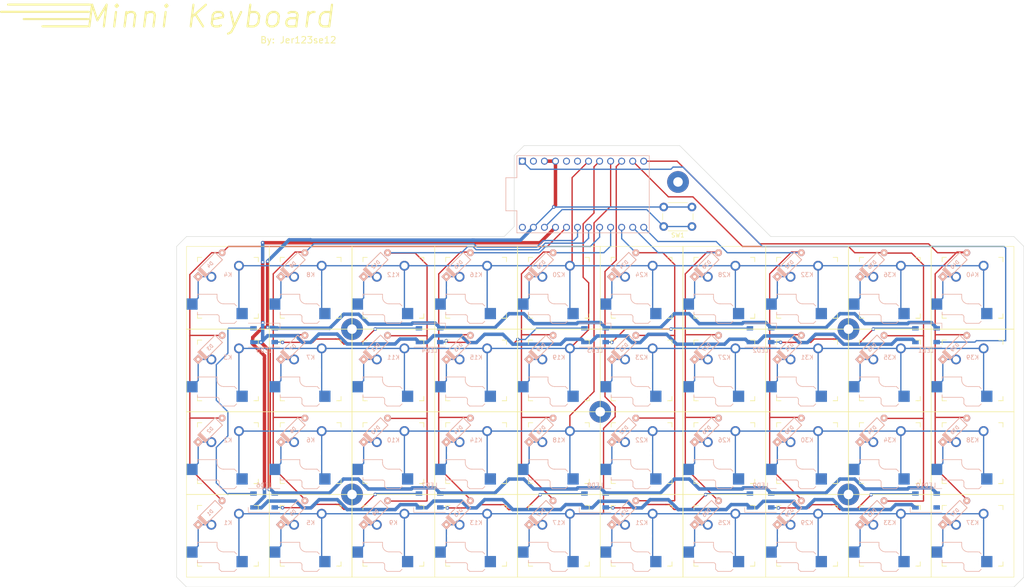
<source format=kicad_pcb>
(kicad_pcb (version 20211014) (generator pcbnew)
  (layers (0 "F.Cu" signal) (31 "B.Cu" signal) (34 "B.Paste" user) (35 "F.Paste" user) (36 "B.SilkS" user "B.Silkscreen") (37 "F.SilkS" user "F.Silkscreen") (38 "B.Mask" user) (39 "F.Mask" user) (44 "Edge.Cuts" user))
  (net 0 "")
  (net 1 "COL1")
  (net 2 "Net-(D1-Pad1)")
  (net 3 "COL2")
  (net 4 "COL3")
  (net 5 "COL4")
  (net 6 "COL5")
  (net 7 "COL6")
  (net 8 "COL7")
  (net 9 "COL8")
  (net 10 "COL9")
  (net 11 "COL10")
  (net 12 "ROW1")
  (net 13 "ROW2")
  (net 14 "ROW3")
  (net 15 "ROW4")
  (net 16 "LED")
  (net 20 "Net-(SW1-Pad1)")
  (net 22 "Net-(LED1-Pad4)")
  (net 23 "Net-(LED2-Pad4)")
  (net 24 "Net-(LED3-Pad4)")
  (net 25 "Net-(LED4-Pad4)")
  (net 26 "Net-(LED5-Pad4)")
  (net 27 "Net-(LED6-Pad4)")
  (net 28 "Net-(LED7-Pad4)")
  (net 29 "Net-(LED8-Pad4)")
  (net 30 "Net-(LED10-Pad2)")
  (net 32 "VDD")
  (net 33 "GND")
  (net 34 "Net-(D2-Pad1)")
  (net 35 "Net-(D3-Pad1)")
  (net 36 "Net-(D4-Pad1)")
  (net 37 "Net-(D5-Pad1)")
  (net 38 "Net-(D6-Pad1)")
  (net 39 "Net-(D7-Pad1)")
  (net 40 "Net-(D8-Pad1)")
  (net 41 "Net-(D9-Pad1)")
  (net 42 "Net-(D10-Pad1)")
  (net 43 "Net-(D11-Pad1)")
  (net 44 "Net-(D12-Pad1)")
  (net 45 "Net-(D13-Pad1)")
  (net 46 "Net-(D14-Pad1)")
  (net 47 "Net-(D15-Pad1)")
  (net 48 "Net-(D16-Pad1)")
  (net 49 "Net-(D17-Pad1)")
  (net 50 "Net-(D18-Pad1)")
  (net 51 "Net-(D19-Pad1)")
  (net 52 "Net-(D20-Pad1)")
  (net 53 "Net-(D21-Pad1)")
  (net 54 "Net-(D22-Pad1)")
  (net 55 "Net-(D23-Pad1)")
  (net 56 "Net-(D24-Pad1)")
  (net 57 "Net-(D25-Pad1)")
  (net 58 "Net-(D26-Pad1)")
  (net 59 "Net-(D27-Pad1)")
  (net 60 "Net-(D28-Pad1)")
  (net 61 "Net-(D29-Pad1)")
  (net 62 "Net-(D30-Pad1)")
  (net 63 "Net-(D31-Pad1)")
  (net 64 "Net-(D32-Pad1)")
  (net 65 "Net-(D33-Pad1)")
  (net 66 "Net-(D34-Pad1)")
  (net 67 "Net-(D35-Pad1)")
  (net 68 "Net-(D36-Pad1)")
  (net 69 "Net-(D37-Pad1)")
  (net 70 "Net-(D38-Pad1)")
  (net 71 "Net-(D39-Pad1)")
  (net 72 "Net-(D40-Pad1)")
  (footprint "better switch:Kailh_socket_PG1350" (layer "F.Cu") (at 223.647 145.161)
    (fp_text reference "K33")
    (fp_text value "KEYSW" hide)
  )
  (footprint "better switch:Kailh_socket_PG1350" (layer "F.Cu") (at 223.647001 107.061)
    (fp_text reference "K35")
    (fp_text value "KEYSW" hide)
  )
  (footprint "better switch:Kailh_socket_PG1350" (layer "F.Cu") (at 147.447 107.061)
    (fp_text reference "K19")
    (fp_text value "KEYSW" hide)
  )
  (footprint "better switch:Kailh_socket_PG1350" (layer "F.Cu") (at 242.697 145.161)
    (fp_text reference "K37")
    (fp_text value "KEYSW" hide)
  )
  (footprint "better switch:Kailh_socket_PG1350" (layer "F.Cu") (at 128.397 88.011)
    (fp_text reference "K16")
    (fp_text value "KEYSW" hide)
  )
  (footprint "better switch:Kailh_socket_PG1350" (layer "F.Cu") (at 128.397 126.111)
    (fp_text reference "K14")
    (fp_text value "KEYSW" hide)
  )
  (footprint "lumberjack:MountingHole_M2" (layer "F.Cu") (at 174.879 63.627)
    (fp_text reference "H1" hide)
    (fp_text value "M2")
  )
  (footprint "better switch:Kailh_socket_PG1350" (layer "F.Cu") (at 128.397 145.161)
    (fp_text reference "K13")
    (fp_text value "KEYSW" hide)
  )
  (footprint "better switch:Kailh_socket_PG1350" (layer "F.Cu") (at 185.547 88.011)
    (fp_text reference "K28")
    (fp_text value "KEYSW" hide)
  )
  (footprint "better switch:Kailh_socket_PG1350" (layer "F.Cu") (at 185.547 107.061)
    (fp_text reference "K27")
    (fp_text value "KEYSW" hide)
  )
  (footprint "better switch:Kailh_socket_PG1350" (layer "F.Cu") (at 204.597 88.011)
    (fp_text reference "K32")
    (fp_text value "KEYSW" hide)
  )
  (footprint "better switch:Kailh_socket_PG1350" (layer "F.Cu") (at 147.447 126.111)
    (fp_text reference "K18")
    (fp_text value "KEYSW" hide)
  )
  (footprint "better switch:Kailh_socket_PG1350" (layer "F.Cu") (at 109.347001 107.061)
    (fp_text reference "K11")
    (fp_text value "KEYSW" hide)
  )
  (footprint "better switch:Kailh_socket_PG1350" (layer "F.Cu") (at 242.697 126.111)
    (fp_text reference "K38")
    (fp_text value "KEYSW" hide)
  )
  (footprint "better switch:Kailh_socket_PG1350" (layer "F.Cu") (at 90.297 126.111001)
    (fp_text reference "K6")
    (fp_text value "KEYSW" hide)
  )
  (footprint "better switch:Kailh_socket_PG1350" (layer "F.Cu") (at 109.347 145.161)
    (fp_text reference "K9")
    (fp_text value "KEYSW" hide)
  )
  (footprint "better switch:Kailh_socket_PG1350" (layer "F.Cu") (at 109.347 88.011)
    (fp_text reference "K12")
    (fp_text value "KEYSW" hide)
  )
  (footprint "better switch:Kailh_socket_PG1350" (layer "F.Cu") (at 90.297 145.161)
    (fp_text reference "K5")
    (fp_text value "KEYSW" hide)
  )
  (footprint "lumberjack:MountingHole_M2" (layer "F.Cu") (at 214.122 97.536)
    (fp_text reference "H1" hide)
    (fp_text value "M2")
  )
  (footprint "better switch:Kailh_socket_PG1350" (layer "F.Cu") (at 242.697 88.011)
    (fp_text reference "K40")
    (fp_text value "KEYSW" hide)
  )
  (footprint "better switch:Kailh_socket_PG1350" (layer "F.Cu") (at 166.497 126.111)
    (fp_text reference "K22")
    (fp_text value "KEYSW" hide)
  )
  (footprint "better switch:Kailh_socket_PG1350" (layer "F.Cu") (at 147.447 88.011)
    (fp_text reference "K20")
    (fp_text value "KEYSW" hide)
  )
  (footprint "better switch:Kailh_socket_PG1350" (layer "F.Cu") (at 147.447 145.161)
    (fp_text reference "K17")
    (fp_text value "KEYSW" hide)
  )
  (footprint "better switch:Kailh_socket_PG1350" (layer "F.Cu") (at 90.296999 107.061)
    (fp_text reference "K7")
    (fp_text value "KEYSW" hide)
  )
  (footprint "lumberjack:MountingHole_M2" (layer "F.Cu") (at 214.122 135.636)
    (fp_text reference "H1" hide)
    (fp_text value "M2")
  )
  (footprint "better switch:Kailh_socket_PG1350" (layer "F.Cu") (at 166.497 145.161)
    (fp_text reference "K21")
    (fp_text value "KEYSW" hide)
  )
  (footprint "better switch:Kailh_socket_PG1350" (layer "F.Cu") (at 185.547 145.161)
    (fp_text reference "K25")
    (fp_text value "KEYSW" hide)
  )
  (footprint "better switch:Kailh_socket_PG1350" (layer "F.Cu") (at 128.397 107.061)
    (fp_text reference "K15")
    (fp_text value "KEYSW" hide)
  )
  (footprint "better switch:Kailh_socket_PG1350" (layer "F.Cu") (at 90.297 88.011)
    (fp_text reference "K8")
    (fp_text value "KEYSW" hide)
  )
  (footprint "better switch:Kailh_socket_PG1350" (layer "F.Cu") (at 204.597 145.161)
    (fp_text reference "K29")
    (fp_text value "KEYSW" hide)
  )
  (footprint "better switch:Kailh_socket_PG1350" (layer "F.Cu") (at 242.697 107.061)
    (fp_text reference "K39")
    (fp_text value "KEYSW" hide)
  )
  (footprint "better switch:Kailh_socket_PG1350" (layer "F.Cu") (at 166.497 107.061)
    (fp_text reference "K23")
    (fp_text value "KEYSW" hide)
  )
  (footprint "better switch:Kailh_socket_PG1350" (layer "F.Cu") (at 166.497 88.011)
    (fp_text reference "K24")
    (fp_text value "KEYSW" hide)
  )
  (footprint "better switch:Kailh_socket_PG1350" (layer "F.Cu") (at 204.597 126.111001)
    (fp_text reference "K30")
    (fp_text value "KEYSW" hide)
  )
  (footprint "better switch:Kailh_socket_PG1350" (layer "F.Cu") (at 109.347 126.111001)
    (fp_text reference "K10")
    (fp_text value "KEYSW" hide)
  )
  (footprint "better switch:Kailh_socket_PG1350" (layer "F.Cu") (at 223.647 126.111001)
    (fp_text reference "K34")
    (fp_text value "KEYSW" hide)
  )
  (footprint "lumberjack:MountingHole_M2" (layer "F.Cu") (at 156.972 116.586)
    (fp_text reference "H1" hide)
    (fp_text value "M2")
  )
  (footprint "better switch:Kailh_socket_PG1350" (layer "F.Cu") (at 71.247 145.161)
    (fp_text reference "K1")
    (fp_text value "KEYSW" hide)
  )
  (footprint "better switch:Kailh_socket_PG1350" (layer "F.Cu") (at 223.647 88.011)
    (fp_text reference "K36")
    (fp_text value "KEYSW" hide)
  )
  (footprint "better switch:Kailh_socket_PG1350" (layer "F.Cu") (at 71.247 88.011)
    (fp_text reference "K4")
    (fp_text value "KEYSW" hide)
  )
  (footprint "better switch:Kailh_socket_PG1350" (layer "F.Cu") (at 204.596999 107.061)
    (fp_text reference "K31")
    (fp_text value "KEYSW" hide)
  )
  (footprint "lumberjack:MountingHole_M2" (layer "F.Cu") (at 99.822 97.536)
    (fp_text reference "H1" hide)
    (fp_text value "M2")
  )
  (footprint "better switch:Kailh_socket_PG1350" (layer "F.Cu") (at 185.547 126.111)
    (fp_text reference "K26")
    (fp_text value "KEYSW" hide)
  )
  (footprint "better switch:Kailh_socket_PG1350" (layer "F.Cu") (at 71.247 126.111)
    (fp_text reference "K2")
    (fp_text value "KEYSW" hide)
  )
  (footprint "better switch:Kailh_socket_PG1350" (layer "F.Cu") (at 71.247 107.061)
    (fp_text reference "K3")
    (fp_text value "KEYSW" hide)
  )
  (footprint "switches:SW_PUSH_6mm" (layer "F.Cu") (at 178.087 73.896 180)
    (fp_text reference "SW1")
    (fp_text value "SW_PUSH")
  )
  (footprint "lumberjack:MountingHole_M2" (layer "F.Cu") (at 99.822 135.636)
    (fp_text reference "H1" hide)
    (fp_text value "M2")
  )
  (footprint "misc:D_axial" (layer "B.Cu") (at 162.407 101.741 45)
    (fp_text reference "D23")
    (fp_text value "D" hide)
  )
  (footprint "led:LED_SK6812_PLCC4_5.0x5.0mm_P3.2mm" (layer "B.Cu") (at 117.687 98.931)
    (fp_text reference "LED4")
    (fp_text value "choc_SK6812MINI-E" hide)
  )
  (footprint "led:LED_SK6812_PLCC4_5.0x5.0mm_P3.2mm" (layer "B.Cu") (at 117.687 137.021 180)
    (fp_text reference "LED7")
    (fp_text value "choc_SK6812MINI-E" hide)
  )
  (footprint "misc:D_axial" (layer "B.Cu") (at 238.607 82.690999 45)
    (fp_text reference "D40")
    (fp_text value "D" hide)
  )
  (footprint "misc:D_axial" (layer "B.Cu") (at 200.507 120.790999 45)
    (fp_text reference "D30")
    (fp_text value "D" hide)
  )
  (footprint "misc:D_axial" (layer "B.Cu") (at 67.157 120.790999 45)
    (fp_text reference "D2")
    (fp_text value "D" hide)
  )
  (footprint "misc:D_axial" (layer "B.Cu") (at 162.406999 82.690999 45)
    (fp_text reference "D24")
    (fp_text value "D" hide)
  )
  (footprint "misc:D_axial" (layer "B.Cu") (at 67.157 101.741 45)
    (fp_text reference "D3")
    (fp_text value "D" hide)
  )
  (footprint "misc:D_axial" (layer "B.Cu") (at 219.557 101.740999 45)
    (fp_text reference "D35")
    (fp_text value "D" hide)
  )
  (footprint "misc:D_axial" (layer "B.Cu") (at 143.357 101.740999 45)
    (fp_text reference "D19")
    (fp_text value "D" hide)
  )
  (footprint "misc:D_axial" (layer "B.Cu") (at 238.607 101.740999 45)
    (fp_text reference "D39")
    (fp_text value "D" hide)
  )
  (footprint "misc:D_axial" (layer "B.Cu") (at 124.307 120.790999 45)
    (fp_text reference "D14")
    (fp_text value "D" hide)
  )
  (footprint "misc:D_axial" (layer "B.Cu") (at 86.207001 82.690999 45)
    (fp_text reference "D8")
    (fp_text value "D" hide)
  )
  (footprint "misc:D_axial" (layer "B.Cu") (at 181.457 101.741 45)
    (fp_text reference "D27")
    (fp_text value "D" hide)
  )
  (footprint "led:LED_SK6812_PLCC4_5.0x5.0mm_P3.2mm" (layer "B.Cu") (at 155.787 98.931)
    (fp_text reference "LED3")
    (fp_text value "choc_SK6812MINI-E" hide)
  )
  (footprint "misc:D_axial" (layer "B.Cu") (at 124.307 82.690999 45)
    (fp_text reference "D16")
    (fp_text value "D" hide)
  )
  (footprint "led:LED_SK6812_PLCC4_5.0x5.0mm_P3.2mm" (layer "B.Cu") (at 231.987 137.021 180)
    (fp_text reference "LED10")
    (fp_text value "choc_SK6812MINI-E" hide)
  )
  (footprint "misc:D_axial" (layer "B.Cu") (at 105.257 82.690999 45)
    (fp_text reference "D12")
    (fp_text value "D" hide)
  )
  (footprint "led:LED_SK6812_PLCC4_5.0x5.0mm_P3.2mm" (layer "B.Cu") (at 193.887 98.931)
    (fp_text reference "LED2")
    (fp_text value "choc_SK6812MINI-E" hide)
  )
  (footprint "misc:D_axial" (layer "B.Cu") (at 105.257 101.740999 45)
    (fp_text reference "D11")
    (fp_text value "D" hide)
  )
  (footprint "misc:D_axial" (layer "B.Cu") (at 124.307 101.740999 45)
    (fp_text reference "D15")
    (fp_text value "D" hide)
  )
  (footprint "misc:D_axial" (layer "B.Cu") (at 238.607 139.841 45)
    (fp_text reference "D37")
    (fp_text value "D" hide)
  )
  (footprint "misc:D_axial" (layer "B.Cu") (at 86.207 101.741 45)
    (fp_text reference "D7")
    (fp_text value "D" hide)
  )
  (footprint "misc:D_axial" (layer "B.Cu") (at 219.556999 120.790999 45)
    (fp_text reference "D34")
    (fp_text value "D" hide)
  )
  (footprint "misc:D_axial" (layer "B.Cu") (at 200.507 101.741 45)
    (fp_text reference "D31")
    (fp_text value "D" hide)
  )
  (footprint "misc:D_axial" (layer "B.Cu") (at 124.307 139.841 45)
    (fp_text reference "D13")
    (fp_text value "D" hide)
  )
  (footprint "misc:D_axial" (layer "B.Cu") (at 200.507 139.840999 45)
    (fp_text reference "D29")
    (fp_text value "D" hide)
  )
  (footprint "misc:D_axial" (layer "B.Cu") (at 86.207 120.790999 45)
    (fp_text reference "D6")
    (fp_text value "D" hide)
  )
  (footprint "misc:D_axial" (layer "B.Cu") (at 162.407 120.790999 45)
    (fp_text reference "D22")
    (fp_text value "D" hide)
  )
  (footprint "misc:D_axial" (layer "B.Cu") (at 105.257 139.840999 45)
    (fp_text reference "D9")
    (fp_text value "D" hide)
  )
  (footprint "led:LED_SK6812_PLCC4_5.0x5.0mm_P3.2mm" (layer "B.Cu") (at 231.987 98.931)
    (fp_text reference "LED1")
    (fp_text value "choc_SK6812MINI-E" hide)
  )
  (footprint "misc:D_axial" (layer "B.Cu") (at 238.607 120.790999 45)
    (fp_text reference "D38")
    (fp_text value "D" hide)
  )
  (footprint "misc:D_axial" (layer "B.Cu") (at 219.557 82.690999 45)
    (fp_text reference "D36")
    (fp_text value "D" hide)
  )
  (footprint "misc:D_axial" (layer "B.Cu") (at 162.407 139.840999 45)
    (fp_text reference "D21")
    (fp_text value "D" hide)
  )
  (footprint "misc:D_axial" (layer "B.Cu") (at 143.357 120.790999 45)
    (fp_text reference "D18")
    (fp_text value "D" hide)
  )
  (footprint "misc:D_axial" (layer "B.Cu") (at 219.556999 139.840999 45)
    (fp_text reference "D33")
    (fp_text value "D" hide)
  )
  (footprint "misc:D_axial" (layer "B.Cu") (at 105.257 120.790999 45)
    (fp_text reference "D10")
    (fp_text value "D" hide)
  )
  (footprint "misc:D_axial" (layer "B.Cu") (at 181.457 139.840999 45)
    (fp_text reference "D25")
    (fp_text value "D" hide)
  )
  (footprint "misc:D_axial" (layer "B.Cu") (at 143.357 82.690999 45)
    (fp_text reference "D20")
    (fp_text value "D" hide)
  )
  (footprint "misc:D_axial" (layer "B.Cu") (at 181.457 120.790999 45)
    (fp_text reference "D26")
    (fp_text value "D" hide)
  )
  (footprint "led:LED_SK6812_PLCC4_5.0x5.0mm_P3.2mm" (layer "B.Cu") (at 193.887 137.021 180)
    (fp_text reference "LED9")
    (fp_text value "choc_SK6812MINI-E" hide)
  )
  (footprint "misc:D_axial" (layer "B.Cu") (at 181.457 82.691 45)
    (fp_text reference "D28")
    (fp_text value "D" hide)
  )
  (footprint "led:LED_SK6812_PLCC4_5.0x5.0mm_P3.2mm" (layer "B.Cu") (at 155.787 137.021 180)
    (fp_text reference "LED8")
    (fp_text value "choc_SK6812MINI-E" hide)
  )
  (footprint "misc:D_axial" (layer "B.Cu") (at 67.157 139.840999 45)
    (fp_text reference "D1")
    (fp_text value "D" hide)
  )
  (footprint "misc:D_axial" (layer "B.Cu") (at 200.507 82.690999 45)
    (fp_text reference "D32")
    (fp_text value "D" hide)
  )
  (footprint "misc:D_axial" (layer "B.Cu") (at 143.357 139.840999 45)
    (fp_text reference "D17")
    (fp_text value "D" hide)
  )
  (footprint "misc:D_axial" (layer "B.Cu") (at 67.156999 82.690999 45)
    (fp_text reference "D4")
    (fp_text value "D" hide)
  )
  (footprint "misc:D_axial" (layer "B.Cu") (at 86.207 139.840999 45)
    (fp_text reference "D5")
    (fp_text value "D" hide)
  )
  (footprint "led:LED_SK6812_PLCC4_5.0x5.0mm_P3.2mm" (layer "B.Cu") (at 79.587 98.931)
    (fp_text reference "LED5")
    (fp_text value "choc_SK6812MINI-E" hide)
  )
  (footprint "promicro:ProMicro-EnforcedTop" (layer "B.Cu") (at 153.01575 66.456)
    (fp_text reference "U1" hide)
    (fp_text value "ProMicro")
  )
  (footprint "led:LED_SK6812_PLCC4_5.0x5.0mm_P3.2mm" (layer "B.Cu") (at 79.587 137.021 180)
    (fp_text reference "LED6")
    (fp_text value "choc_SK6812MINI-E" hide)
  )
  (gr_line (start 39.065 26.093333) (end 24.245 26.093333) (layer "F.SilkS") (width 0.5))
  (gr_line (start 20.645 22.753333) (end 39.535 22.753333) (layer "F.SilkS") (width 0.5))
  (gr_line (start 39.235 24.423333) (end 19.025 24.423333) (layer "F.SilkS") (width 0.5))
  (gr_line (start 38.875 27.763333) (end 28.565 27.763333) (layer "F.SilkS") (width 0.5))
  (gr_line (start 254.508 78.486) (end 254.508 154.686) (layer "Edge.Cuts") (width 0.1))
  (gr_line (start 61.722 76.2) (end 134.874 76.2) (layer "Edge.Cuts") (width 0.1))
  (gr_line (start 254.508 154.686) (end 252.222 156.972) (layer "Edge.Cuts") (width 0.1))
  (gr_line (start 61.722 156.972) (end 59.436 154.686) (layer "Edge.Cuts") (width 0.1))
  (gr_line (start 252.222 156.972) (end 61.722 156.972) (layer "Edge.Cuts") (width 0.1))
  (gr_line (start 196.215 76.2) (end 252.222 76.2) (layer "Edge.Cuts") (width 0.1))
  (gr_line (start 59.436 78.486) (end 61.722 76.2) (layer "Edge.Cuts") (width 0.1))
  (gr_line (start 137.16 57.531) (end 139.446 55.245) (layer "Edge.Cuts") (width 0.1))
  (gr_line (start 59.436 154.686) (end 59.436 78.486) (layer "Edge.Cuts") (width 0.1))
  (gr_line (start 139.446 55.245) (end 175.26 55.245) (layer "Edge.Cuts") (width 0.1))
  (gr_line (start 252.222 76.2) (end 254.508 78.486) (layer "Edge.Cuts") (width 0.1))
  (gr_line (start 137.16 73.914) (end 137.16 57.531) (layer "Edge.Cuts") (width 0.1))
  (gr_line (start 175.26 55.245) (end 196.215 76.2) (layer "Edge.Cuts") (width 0.1))
  (gr_line (start 134.874 76.2) (end 137.16 73.914) (layer "Edge.Cuts") (width 0.1))
  (gr_text "By: Jer123se12" (at 87.459524 30.923333) (layer "F.SilkS") (effects (font (size 1.5 1.5) (thickness 0.2))))
  (gr_text "Minni Keyboard" (at 67 25.5) (layer "F.SilkS") (effects (font (size 5 5) (thickness 0.5) italic)))
  (segment (start 62.484 99.06) (end 62.484 118.11) (width 0.3) (layer "F.Cu") (net 1))
  (segment (start 71.361998 78.486) (end 69.914715 79.933283) (width 0.3) (layer "F.Cu") (net 1))
  (segment (start 144.79575 78.486) (end 71.361998 78.486) (width 0.3) (layer "F.Cu") (net 1))
  (segment (start 62.484 84.963) (end 62.484 99.06) (width 0.3) (layer "F.Cu") (net 1))
  (segment (start 149.20575 74.076) (end 144.79575 78.486) (width 0.3) (layer "F.Cu") (net 1))
  (segment (start 67.513717 79.933283) (end 62.484 84.963) (width 0.3) (layer "F.Cu") (net 1))
  (segment (start 69.914716 98.983284) (end 62.560716 98.983284) (width 0.3) (layer "F.Cu") (net 1))
  (segment (start 69.914716 118.033283) (end 62.560717 118.033283) (width 0.3) (layer "F.Cu") (net 1))
  (segment (start 69.914715 79.933283) (end 67.513717 79.933283) (width 0.3) (layer "F.Cu") (net 1))
  (segment (start 62.484 118.11) (end 62.484 129.652567) (width 0.3) (layer "F.Cu") (net 1))
  (segment (start 62.560717 118.033283) (end 62.484 118.11) (width 0.3) (layer "F.Cu") (net 1))
  (segment (start 62.560716 98.983284) (end 62.484 99.06) (width 0.3) (layer "F.Cu") (net 1))
  (segment (start 62.484 129.652567) (end 69.914716 137.083283) (width 0.3) (layer "F.Cu") (net 1))
  (segment (start 64.399284 142.598716) (end 64.399284 147.483716) (width 0.3) (layer "B.Cu") (net 2))
  (segment (start 64.399284 142.598716) (end 67.414716 142.598718) (width 0.3) (layer "B.Cu") (net 2))
  (segment (start 67.414716 142.598718) (end 67.437 142.620999) (width 0.3) (layer "B.Cu") (net 2))
  (segment (start 64.399284 147.483716) (end 62.972 148.911) (width 0.3) (layer "B.Cu") (net 2))
  (segment (start 67.647 142.410999) (end 67.437 142.620999) (width 0.3) (layer "B.Cu") (net 2))
  (segment (start 86.715858 79.781141) (end 81.686141 84.810858) (width 0.3) (layer "F.Cu") (net 3))
  (segment (start 81.686141 117.957858) (end 81.686141 129.500425) (width 0.3) (layer "F.Cu") (net 3))
  (segment (start 89.116857 117.881141) (end 81.762858 117.881141) (width 0.3) (layer "F.Cu") (net 3))
  (segment (start 81.762857 98.831142) (end 81.686141 98.907858) (width 0.3) (layer "F.Cu") (net 3))
  (segment (start 81.686141 98.907858) (end 81.686141 117.957858) (width 0.3) (layer "F.Cu") (net 3))
  (segment (start 81.686141 84.810858) (end 81.686141 98.907858) (width 0.3) (layer "F.Cu") (net 3))
  (segment (start 81.686141 129.500425) (end 89.116857 136.931141) (width 0.3) (layer "F.Cu") (net 3))
  (segment (start 89.116856 79.781141) (end 86.715858 79.781141) (width 0.3) (layer "F.Cu") (net 3))
  (segment (start 81.762858 117.881141) (end 81.686141 117.957858) (width 0.3) (layer "F.Cu") (net 3))
  (segment (start 89.116857 98.831142) (end 81.762857 98.831142) (width 0.3) (layer "F.Cu") (net 3))
  (segment (start 150.876 77.124) (end 143.856 77.124) (width 0.3) (layer "B.Cu") (net 3))
  (segment (start 151.74575 74.076) (end 151.74575 76.25425) (width 0.3) (layer "B.Cu") (net 3))
  (segment (start 128.645528 78.648) (end 127.883528 77.886) (width 0.3) (layer "B.Cu") (net 3))
  (segment (start 91.012 77.886) (end 88.964717 79.933283) (width 0.3) (layer "B.Cu") (net 3))
  (segment (start 142.332 78.648) (end 128.645528 78.648) (width 0.3) (layer "B.Cu") (net 3))
  (segment (start 151.74575 76.25425) (end 150.876 77.124) (width 0.3) (layer "B.Cu") (net 3))
  (segment (start 127.883528 77.886) (end 91.012 77.886) (width 0.3) (layer "B.Cu") (net 3))
  (segment (start 143.856 77.124) (end 142.332 78.648) (width 0.3) (layer "B.Cu") (net 3))
  (segment (start 117.100001 99.136717) (end 117.100001 118.186717) (width 0.3) (layer "F.Cu") (net 4))
  (segment (start 117.023284 137.16) (end 108.147717 137.16) (width 0.3) (layer "F.Cu") (net 4))
  (segment (start 117.100001 118.186717) (end 117.100001 137.083283) (width 0.3) (layer "F.Cu") (net 4))
  (segment (start 108.147717 118.11) (end 117.023284 118.11) (width 0.3) (layer "F.Cu") (net 4))
  (segment (start 117.100001 82.753717) (end 117.100001 99.136717) (width 0.3) (layer "F.Cu") (net 4))
  (segment (start 108.147717 99.060001) (end 117.023285 99.060001) (width 0.3) (layer "F.Cu") (net 4))
  (segment (start 117.100001 137.083283) (end 117.023284 137.16) (width 0.3) (layer "F.Cu") (net 4))
  (segment (start 117.023284 118.11) (end 117.100001 118.186717) (width 0.3) (layer "F.Cu") (net 4))
  (segment (start 114.356284 80.01) (end 117.100001 82.753717) (width 0.3) (layer "F.Cu") (net 4))
  (segment (start 108.147716 80.01) (end 114.356284 80.01) (width 0.3) (layer "F.Cu") (net 4))
  (segment (start 117.023285 99.060001) (end 117.100001 99.136717) (width 0.3) (layer "F.Cu") (net 4))
  (segment (start 154.28575 76.56175) (end 154.28575 74.076) (width 0.3) (layer "B.Cu") (net 4))
  (segment (start 108.014716 79.933283) (end 125.044717 79.933283) (width 0.3) (layer "B.Cu") (net 4))
  (segment (start 144.312472 77.724) (end 153.162 77.724) (width 0.3) (layer "B.Cu") (net 4))
  (segment (start 125.044717 79.933283) (end 126.492 78.486) (width 0.3) (layer "B.Cu") (net 4))
  (segment (start 128.397 79.248) (end 142.788472 79.248) (width 0.3) (layer "B.Cu") (net 4))
  (segment (start 154.305 76.581) (end 154.28575 76.56175) (width 0.3) (layer "B.Cu") (net 4))
  (segment (start 126.492 78.486) (end 127.635 78.486) (width 0.3) (layer "B.Cu") (net 4))
  (segment (start 127.635 78.486) (end 128.397 79.248) (width 0.3) (layer "B.Cu") (net 4))
  (segment (start 153.162 77.724) (end 154.305 76.581) (width 0.3) (layer "B.Cu") (net 4))
  (segment (start 142.788472 79.248) (end 144.312472 77.724) (width 0.3) (layer "B.Cu") (net 4))
  (segment (start 119.786141 98.907858) (end 119.786141 117.957858) (width 0.3) (layer "F.Cu") (net 5))
  (segment (start 124.815858 79.781141) (end 119.786141 84.810858) (width 0.3) (layer "F.Cu") (net 5))
  (segment (start 119.862858 117.881141) (end 119.786141 117.957858) (width 0.3) (layer "F.Cu") (net 5))
  (segment (start 127.216857 117.881141) (end 119.862858 117.881141) (width 0.3) (layer "F.Cu") (net 5))
  (segment (start 127.216856 79.781141) (end 124.815858 79.781141) (width 0.3) (layer "F.Cu") (net 5))
  (segment (start 119.786141 84.810858) (end 119.786141 98.907858) (width 0.3) (layer "F.Cu") (net 5))
  (segment (start 119.786141 129.500425) (end 127.216857 136.931141) (width 0.3) (layer "F.Cu") (net 5))
  (segment (start 127.216857 98.831142) (end 119.862857 98.831142) (width 0.3) (layer "F.Cu") (net 5))
  (segment (start 119.786141 117.957858) (end 119.786141 129.500425) (width 0.3) (layer "F.Cu") (net 5))
  (segment (start 119.862857 98.831142) (end 119.786141 98.907858) (width 0.3) (layer "F.Cu") (net 5))
  (segment (start 154.686 78.486) (end 144.399 78.486) (width 0.3) (layer "B.Cu") (net 5))
  (segment (start 142.951717 79.933283) (end 127.064716 79.933283) (width 0.3) (layer "B.Cu") (net 5))
  (segment (start 156.82575 76.34625) (end 154.686 78.486) (width 0.3) (layer "B.Cu") (net 5))
  (segment (start 144.399 78.486) (end 142.951717 79.933283) (width 0.3) (layer "B.Cu") (net 5))
  (segment (start 156.82575 74.076) (end 156.82575 76.34625) (width 0.3) (layer "B.Cu") (net 5))
  (segment (start 146.266856 79.781141) (end 143.865858 79.781141) (width 0.3) (layer "F.Cu") (net 6))
  (segment (start 138.836141 129.500425) (end 146.266857 136.931141) (width 0.3) (layer "F.Cu") (net 6))
  (segment (start 146.266857 117.881141) (end 138.912858 117.881141) (width 0.3) (layer "F.Cu") (net 6))
  (segment (start 138.836141 84.810858) (end 138.836141 98.907858) (width 0.3) (layer "F.Cu") (net 6))
  (segment (start 138.836141 117.957858) (end 138.836141 129.500425) (width 0.3) (layer "F.Cu") (net 6))
  (segment (start 138.836141 98.907858) (end 138.836141 117.957858) (width 0.3) (layer "F.Cu") (net 6))
  (segment (start 146.266857 98.831142) (end 138.912857 98.831142) (width 0.3) (layer "F.Cu") (net 6))
  (segment (start 138.912857 98.831142) (end 138.836141 98.907858) (width 0.3) (layer "F.Cu") (net 6))
  (segment (start 143.865858 79.781141) (end 138.836141 84.810858) (width 0.3) (layer "F.Cu") (net 6))
  (segment (start 138.912858 117.881141) (end 138.836141 117.957858) (width 0.3) (layer "F.Cu") (net 6))
  (segment (start 159.36575 78.37825) (end 159.36575 74.076) (width 0.3) (layer "B.Cu") (net 6))
  (segment (start 157.810717 79.933283) (end 159.36575 78.37825) (width 0.3) (layer "B.Cu") (net 6))
  (segment (start 146.114716 79.933283) (end 157.810717 79.933283) (width 0.3) (layer "B.Cu") (net 6))
  (segment (start 165.164715 79.933283) (end 171.373283 79.933283) (width 0.3) (layer "F.Cu") (net 7))
  (segment (start 174.117 118.11) (end 174.117 137.006566) (width 0.3) (layer "F.Cu") (net 7))
  (segment (start 174.117 99.06) (end 174.117 118.11) (width 0.3) (layer "F.Cu") (net 7))
  (segment (start 165.164716 118.033283) (end 174.040283 118.033283) (width 0.3) (layer "F.Cu") (net 7))
  (segment (start 165.164716 98.983284) (end 174.040284 98.983284) (width 0.3) (layer "F.Cu") (net 7))
  (segment (start 174.117 137.006566) (end 174.040283 137.083283) (width 0.3) (layer "F.Cu") (net 7))
  (segment (start 174.040283 118.033283) (end 174.117 118.11) (width 0.3) (layer "F.Cu") (net 7))
  (segment (start 174.117 82.677) (end 174.117 99.06) (width 0.3) (layer "F.Cu") (net 7))
  (segment (start 174.040283 137.083283) (end 165.164716 137.083283) (width 0.3) (layer "F.Cu") (net 7))
  (segment (start 174.040284 98.983284) (end 174.117 99.06) (width 0.3) (layer "F.Cu") (net 7))
  (segment (start 171.373283 79.933283) (end 174.117 82.677) (width 0.3) (layer "F.Cu") (net 7))
  (segment (start 161.90575 76.674318) (end 165.164715 79.933283) (width 0.3) (layer "B.Cu") (net 7))
  (segment (start 161.90575 74.076) (end 161.90575 76.674318) (width 0.3) (layer "B.Cu") (net 7))
  (segment (start 183.985857 98.831142) (end 176.631857 98.831142) (width 0.3) (layer "F.Cu") (net 8))
  (segment (start 176.555141 98.907858) (end 176.555141 117.957858) (width 0.3) (layer "F.Cu") (net 8))
  (segment (start 176.631857 98.831142) (end 176.555141 98.907858) (width 0.3) (layer "F.Cu") (net 8))
  (segment (start 176.555141 117.957858) (end 176.555141 129.500425) (width 0.3) (layer "F.Cu") (net 8))
  (segment (start 176.631858 117.881141) (end 176.555141 117.957858) (width 0.3) (layer "F.Cu") (net 8))
  (segment (start 181.584858 79.781141) (end 176.555141 84.810858) (width 0.3) (layer "F.Cu") (net 8))
  (segment (start 183.985856 79.781141) (end 181.584858 79.781141) (width 0.3) (layer "F.Cu") (net 8))
  (segment (start 176.555141 129.500425) (end 183.985857 136.931141) (width 0.3) (layer "F.Cu") (net 8))
  (segment (start 183.985857 117.881141) (end 176.631858 117.881141) (width 0.3) (layer "F.Cu") (net 8))
  (segment (start 176.555141 84.810858) (end 176.555141 98.907858) (width 0.3) (layer "F.Cu") (net 8))
  (segment (start 170.303034 79.933284) (end 184.214716 79.933284) (width 0.3) (layer "B.Cu") (net 8))
  (segment (start 164.44575 74.076) (end 170.303034 79.933284) (width 0.3) (layer "B.Cu") (net 8))
  (segment (start 203.416857 117.881141) (end 196.062858 117.881141) (width 0.3) (layer "F.Cu") (net 9))
  (segment (start 196.062857 98.831142) (end 195.986141 98.907858) (width 0.3) (layer "F.Cu") (net 9))
  (segment (start 203.416856 79.781141) (end 201.015858 79.781141) (width 0.3) (layer "F.Cu") (net 9))
  (segment (start 195.986141 84.810858) (end 195.986141 98.907858) (width 0.3) (layer "F.Cu") (net 9))
  (segment (start 195.986141 129.500425) (end 203.416857 136.931141) (width 0.3) (layer "F.Cu") (net 9))
  (segment (start 195.986141 117.957858) (end 195.986141 129.500425) (width 0.3) (layer "F.Cu") (net 9))
  (segment (start 195.986141 98.907858) (end 195.986141 117.957858) (width 0.3) (layer "F.Cu") (net 9))
  (segment (start 203.416857 98.831142) (end 196.062857 98.831142) (width 0.3) (layer "F.Cu") (net 9))
  (segment (start 196.062858 117.881141) (end 195.986141 117.957858) (width 0.3) (layer "F.Cu") (net 9))
  (segment (start 201.015858 79.781141) (end 195.986141 84.810858) (width 0.3) (layer "F.Cu") (net 9))
  (segment (start 170.25275 77.343) (end 166.98575 74.076) (width 0.3) (layer "B.Cu") (net 9))
  (segment (start 203.264716 79.933283) (end 186.232283 79.933283) (width 0.3) (layer "B.Cu") (net 9))
  (segment (start 186.232283 79.933283) (end 183.642 77.343) (width 0.3) (layer "B.Cu") (net 9))
  (segment (start 183.642 77.343) (end 170.25275 77.343) (width 0.3) (layer "B.Cu") (net 9))
  (segment (start 222.447716 80.01) (end 228.656284 80.01) (width 0.3) (layer "F.Cu") (net 10))
  (segment (start 231.400001 137.083283) (end 231.323284 137.16) (width 0.3) (layer "F.Cu") (net 10))
  (segment (start 231.323285 99.060001) (end 231.400001 99.136717) (width 0.3) (layer "F.Cu") (net 10))
  (segment (start 231.400001 99.136717) (end 231.400001 118.186717) (width 0.3) (layer "F.Cu") (net 10))
  (segment (start 178.308 67.056) (end 189.738 78.486) (width 0.3) (layer "F.Cu") (net 10))
  (segment (start 231.400001 118.186717) (end 231.400001 137.083283) (width 0.3) (layer "F.Cu") (net 10))
  (segment (start 231.323284 137.16) (end 222.447717 137.16) (width 0.3) (layer "F.Cu") (net 10))
  (segment (start 231.323284 118.11) (end 231.400001 118.186717) (width 0.3) (layer "F.Cu") (net 10))
  (segment (start 164.44575 58.836) (end 172.66575 67.056) (width 0.3) (layer "F.Cu") (net 10))
  (segment (start 222.447717 99.060001) (end 231.323285 99.060001) (width 0.3) (layer "F.Cu") (net 10))
  (segment (start 228.656284 80.01) (end 231.400001 82.753717) (width 0.3) (layer "F.Cu") (net 10))
  (segment (start 231.400001 82.753717) (end 231.400001 99.136717) (width 0.3) (layer "F.Cu") (net 10))
  (segment (start 214.122 78.486) (end 215.569283 79.933283) (width 0.3) (layer "F.Cu") (net 10))
  (segment (start 215.569283 79.933283) (end 222.314716 79.933283) (width 0.3) (layer "F.Cu") (net 10))
  (segment (start 189.738 78.486) (end 214.122 78.486) (width 0.3) (layer "F.Cu") (net 10))
  (segment (start 222.447717 118.11) (end 231.323284 118.11) (width 0.3) (layer "F.Cu") (net 10))
  (segment (start 172.66575 67.056) (end 178.308 67.056) (width 0.3) (layer "F.Cu") (net 10))
  (segment (start 232.572 77.886) (end 234.619283 79.933283) (width 0.3) (layer "F.Cu") (net 11))
  (segment (start 193.71 77.886) (end 232.572 77.886) (width 0.3) (layer "F.Cu") (net 11))
  (segment (start 234.162858 117.881141) (end 234.086141 117.957858) (width 0.3) (layer "F.Cu") (net 11))
  (segment (start 174.66 58.836) (end 193.71 77.886) (width 0.3) (layer "F.Cu") (net 11))
  (segment (start 241.516856 79.781141) (end 239.115858 79.781141) (width 0.3) (layer "F.Cu") (net 11))
  (segment (start 234.162857 98.831142) (end 234.086141 98.907858) (width 0.3) (layer "F.Cu") (net 11))
  (segment (start 234.086141 117.957858) (end 234.086141 129.500425) (width 0.3) (layer "F.Cu") (net 11))
  (segment (start 234.086141 84.810858) (end 234.086141 98.907858) (width 0.3) (layer "F.Cu") (net 11))
  (segment (start 241.516857 117.881141) (end 234.162858 117.881141) (width 0.3) (layer "F.Cu") (net 11))
  (segment (start 239.115858 79.781141) (end 234.086141 84.810858) (width 0.3) (layer "F.Cu") (net 11))
  (segment (start 234.086141 129.500425) (end 241.516857 136.931141) (width 0.3) (layer "F.Cu") (net 11))
  (segment (start 241.516857 98.831142) (end 234.162857 98.831142) (width 0.3) (layer "F.Cu") (net 11))
  (segment (start 234.086141 98.907858) (end 234.086141 117.957858) (width 0.3) (layer "F.Cu") (net 11))
  (segment (start 234.619283 79.933283) (end 241.364716 79.933283) (width 0.3) (layer "F.Cu") (net 11))
  (segment (start 166.98575 58.836) (end 174.66 58.836) (width 0.3) (layer "F.Cu") (net 11))
  (segment (start 150.495 62.62675) (end 150.495 82.423) (width 0.3) (layer "F.Cu") (net 12))
  (segment (start 154.28575 58.836) (end 150.495 62.62675) (width 0.3) (layer "F.Cu") (net 12))
  (segment (start 150.495 82.423) (end 149.987 82.931) (width 0.3) (layer "F.Cu") (net 12))
  (segment (start 111.887 93.225999) (end 112.622 93.960999) (width 0.3) (layer "B.Cu") (net 12))
  (segment (start 130.937 82.931) (end 130.937 93.225999) (width 0.3) (layer "B.Cu") (net 12))
  (segment (start 73.787 82.931) (end 73.786999 93.225999) (width 0.3) (layer "B.Cu") (net 12))
  (segment (start 92.837001 93.225999) (end 93.572001 93.960999) (width 0.3) (layer "B.Cu") (net 12))
  (segment (start 207.137 93.225999) (end 207.872 93.960999) (width 0.3) (layer "B.Cu") (net 12))
  (segment (start 245.237 82.931) (end 245.237 93.225999) (width 0.3) (layer "B.Cu") (net 12))
  (segment (start 73.786999 93.225999) (end 74.521999 93.960999) (width 0.3) (layer "B.Cu") (net 12))
  (segment (start 188.087 93.225998) (end 188.822 93.960998) (width 0.3) (layer "B.Cu") (net 12))
  (segment (start 149.987 93.225999) (end 150.722 93.960999) (width 0.3) (layer "B.Cu") (net 12))
  (segment (start 226.187 93.225999) (end 226.922 93.960999) (width 0.3) (layer "B.Cu") (net 12))
  (segment (start 73.787 82.931) (end 245.237 82.931) (width 0.3) (layer "B.Cu") (net 12))
  (segment (start 226.186999 82.931) (end 226.187 93.225999) (width 0.3) (layer "B.Cu") (net 12))
  (segment (start 169.037 82.931) (end 169.037 93.225999) (width 0.3) (layer "B.Cu") (net 12))
  (segment (start 92.837 82.931) (end 92.837001 93.225999) (width 0.3) (layer "B.Cu") (net 12))
  (segment (start 130.937 93.225999) (end 131.672 93.960999) (width 0.3) (layer "B.Cu") (net 12))
  (segment (start 207.137 82.931) (end 207.137 93.225999) (width 0.3) (layer "B.Cu") (net 12))
  (segment (start 188.087 82.931) (end 188.087 93.225998) (width 0.3) (layer "B.Cu") (net 12))
  (segment (start 111.887 82.931) (end 111.887 93.225999) (width 0.3) (layer "B.Cu") (net 12))
  (segment (start 149.987001 82.931) (end 149.987 93.225999) (width 0.3) (layer "B.Cu") (net 12))
  (segment (start 245.237 93.225999) (end 245.972 93.960999) (width 0.3) (layer "B.Cu") (net 12))
  (segment (start 169.037 93.225999) (end 169.772 93.960999) (width 0.3) (layer "B.Cu") (net 12))
  (segment (start 153.03575 73.27825) (end 153.03575 85.59875) (width 0.3) (layer "F.Cu") (net 13))
  (segment (start 155.53575 70.77825) (end 153.03575 73.27825) (width 0.3) (layer "F.Cu") (net 13))
  (segment (start 156.82575 58.836) (end 155.53575 60.126) (width 0.3) (layer "F.Cu") (net 13))
  (segment (start 154.305 86.868) (end 154.305 97.663) (width 0.3) (layer "F.Cu") (net 13))
  (segment (start 153.03575 85.59875) (end 154.305 86.868) (width 0.3) (layer "F.Cu") (net 13))
  (segment (start 155.53575 60.126) (end 155.53575 70.77825) (width 0.3) (layer "F.Cu") (net 13))
  (segment (start 154.305 97.663) (end 149.987 101.981) (width 0.3) (layer "F.Cu") (net 13))
  (segment (start 130.937 112.275999) (end 131.672 113.010999) (width 0.3) (layer "B.Cu") (net 13))
  (segment (start 169.037 112.275999) (end 169.772 113.010999) (width 0.3) (layer "B.Cu") (net 13))
  (segment (start 188.087 101.981) (end 188.087 112.276) (width 0.3) (layer "B.Cu") (net 13))
  (segment (start 188.087 112.276) (end 188.822 113.011) (width 0.3) (layer "B.Cu") (net 13))
  (segment (start 245.237 112.275999) (end 245.972 113.010999) (width 0.3) (layer "B.Cu") (net 13))
  (segment (start 73.787 112.276) (end 74.522 113.011) (width 0.3) (layer "B.Cu") (net 13))
  (segment (start 226.187 112.275999) (end 226.922 113.010999) (width 0.3) (layer "B.Cu") (net 13))
  (segment (start 226.186999 101.981) (end 226.187 112.275999) (width 0.3) (layer "B.Cu") (net 13))
  (segment (start 130.937 101.981001) (end 130.937 112.275999) (width 0.3) (layer "B.Cu") (net 13))
  (segment (start 207.137 101.981) (end 207.137 112.275999) (width 0.3) (layer "B.Cu") (net 13))
  (segment (start 149.987 112.275999) (end 150.722 113.010999) (width 0.3) (layer "B.Cu") (net 13))
  (segment (start 207.137 112.275999) (end 207.872 113.010999) (width 0.3) (layer "B.Cu") (net 13))
  (segment (start 149.987001 101.981) (end 149.987 112.275999) (width 0.3) (layer "B.Cu") (net 13))
  (segment (start 92.837 101.981) (end 92.837 112.276) (width 0.3) (layer "B.Cu") (net 13))
  (segment (start 73.787 101.981) (end 73.787 112.276) (width 0.3) (layer "B.Cu") (net 13))
  (segment (start 111.887 112.275999) (end 112.622 113.010999) (width 0.3) (layer "B.Cu") (net 13))
  (segment (start 169.037 101.981) (end 169.037 112.275999) (width 0.3) (layer "B.Cu") (net 13))
  (segment (start 245.237 101.981001) (end 245.237 112.275999) (width 0.3) (layer "B.Cu") (net 13))
  (segment (start 111.887 101.981) (end 111.887 112.275999) (width 0.3) (layer "B.Cu") (net 13))
  (segment (start 245.237 101.981) (end 73.787 101.981) (width 0.3) (layer "B.Cu") (net 13))
  (segment (start 92.837 112.276) (end 93.572 113.011) (width 0.3) (layer "B.Cu") (net 13))
  (segment (start 159.36575 69.23425) (end 155.544001 73.055999) (width 0.3) (layer "F.Cu") (net 14))
  (segment (start 155.544001 73.055999) (end 155.544001 111.917999) (width 0.3) (layer "F.Cu") (net 14))
  (segment (start 149.987 117.475) (end 149.987 121.031) (width 0.3) (layer "F.Cu") (net 14))
  (segment (start 155.544001 111.917999) (end 149.987 117.475) (width 0.3) (layer "F.Cu") (net 14))
  (segment (start 159.36575 58.836) (end 159.36575 69.23425) (width 0.3) (layer "F.Cu") (net 14))
  (segment (start 207.137 121.031) (end 207.137 131.325999) (width 0.3) (layer "B.Cu") (net 14))
  (segment (start 226.187 121.031001) (end 226.187 131.325999) (width 0.3) (layer "B.Cu") (net 14))
  (segment (start 188.087 131.325999) (end 188.822 132.060999) (width 0.3) (layer "B.Cu") (net 14))
  (segment (start 111.887 131.325999) (end 112.622 132.060999) (width 0.3) (layer "B.Cu") (net 14))
  (segment (start 73.787 121.031) (end 245.237 121.031) (width 0.3) (layer "B.Cu") (net 14))
  (segment (start 73.787 121.031) (end 73.787 131.325999) (width 0.3) (layer "B.Cu") (net 14))
  (segment (start 111.887 121.031001) (end 111.887 131.325999) (width 0.3) (layer "B.Cu") (net 14))
  (segment (start 207.137 131.325999) (end 207.872 132.060999) (width 0.3) (layer "B.Cu") (net 14))
  (segment (start 188.087 121.031) (end 188.087 131.325999) (width 0.3) (layer "B.Cu") (net 14))
  (segment (start 73.787 131.325999) (end 74.522 132.060999) (width 0.3) (layer "B.Cu") (net 14))
  (segment (start 92.837 121.031) (end 92.837 131.325999) (width 0.3) (layer "B.Cu") (net 14))
  (segment (start 130.937 131.325999) (end 131.672 132.060999) (width 0.3) (layer "B.Cu") (net 14))
  (segment (start 169.037 131.325999) (end 169.772 132.060999) (width 0.3) (layer "B.Cu") (net 14))
  (segment (start 130.937 121.031001) (end 130.937 131.325999) (width 0.3) (layer "B.Cu") (net 14))
  (segment (start 149.987 131.325999) (end 150.722 132.060999) (width 0.3) (layer "B.Cu") (net 14))
  (segment (start 169.037 121.031) (end 169.037 131.325999) (width 0.3) (layer "B.Cu") (net 14))
  (segment (start 226.187 131.325999) (end 226.922 132.060999) (width 0.3) (layer "B.Cu") (net 14))
  (segment (start 245.237 121.031001) (end 245.237 131.325999) (width 0.3) (layer "B.Cu") (net 14))
  (segment (start 92.837 131.325999) (end 93.572 132.060999) (width 0.3) (layer "B.Cu") (net 14))
  (segment (start 245.237 131.325999) (end 245.972 132.060999) (width 0.3) (layer "B.Cu") (net 14))
  (segment (start 149.987 121.031001) (end 149.987 131.325999) (width 0.3) (layer "B.Cu") (net 14))
  (segment (start 158.067913 84.248087) (end 158.067913 113.109913) (width 0.3) (layer "F.Cu") (net 15))
  (segment (start 158.067913 113.109913) (end 160.401 115.443) (width 0.3) (layer "F.Cu") (net 15))
  (segment (start 160.65575 60.086) (end 160.65575 81.66025) (width 0.3) (layer "F.Cu") (net 15))
  (segment (start 160.401 117.729) (end 157.734 120.396) (width 0.3) (layer "F.Cu") (net 15))
  (segment (start 160.401 115.443) (end 160.401 117.729) (width 0.3) (layer "F.Cu") (net 15))
  (segment (start 157.734 120.396) (end 157.734 139.827) (width 0.3) (layer "F.Cu") (net 15))
  (segment (start 161.90575 58.836) (end 160.65575 60.086) (width 0.3) (layer "F.Cu") (net 15))
  (segment (start 160.65575 81.66025) (end 158.067913 84.248087) (width 0.3) (layer "F.Cu") (net 15))
  (segment (start 157.734 139.827) (end 157.48 140.081) (width 0.3) (layer "F.Cu") (net 15))
  (segment (start 157.48 140.081) (end 149.987 140.081) (width 0.3) (layer "F.Cu") (net 15))
  (segment (start 226.187 140.081) (end 226.186999 150.375999) (width 0.3) (layer "B.Cu") (net 15))
  (segment (start 188.087 150.375999) (end 188.822 151.110999) (width 0.3) (layer "B.Cu") (net 15))
  (segment (start 92.837 150.375999) (end 93.572 151.110999) (width 0.3) (layer "B.Cu") (net 15))
  (segment (start 245.237 140.081) (end 73.787 140.081) (width 0.3) (layer "B.Cu") (net 15))
  (segment (start 73.786999 140.081) (end 73.787 150.375999) (width 0.3) (layer "B.Cu") (net 15))
  (segment (start 149.987001 150.375999) (end 150.722001 151.110999) (width 0.3) (layer "B.Cu") (net 15))
  (segment (start 188.087 140.081) (end 188.087 150.375999) (width 0.3) (layer "B.Cu") (net 15))
  (segment (start 226.186999 150.375999) (end 226.922 151.110999) (width 0.3) (layer "B.Cu") (net 15))
  (segment (start 73.787 150.375999) (end 74.522 151.110999) (width 0.3) (layer "B.Cu") (net 15))
  (segment (start 245.237 140.081) (end 245.237001 150.375999) (width 0.3) (layer "B.Cu") (net 15))
  (segment (start 207.137 140.081) (end 207.137 150.375999) (width 0.3) (layer "B.Cu") (net 15))
  (segment (start 130.937 140.081) (end 130.936999 150.375999) (width 0.3) (layer "B.Cu") (net 15))
  (segment (start 149.987 140.081) (end 149.987001 150.375999) (width 0.3) (layer "B.Cu") (net 15))
  (segment (start 92.837001 140.081) (end 92.837 150.375999) (width 0.3) (layer "B.Cu") (net 15))
  (segment (start 207.137 150.375999) (end 207.872 151.110999) (width 0.3) (layer "B.Cu") (net 15))
  (segment (start 169.037 150.375999) (end 169.772 151.110999) (width 0.3) (layer "B.Cu") (net 15))
  (segment (start 111.887 140.081) (end 111.887 150.375999) (width 0.3) (layer "B.Cu") (net 15))
  (segment (start 111.887 150.375999) (end 112.622 151.110999) (width 0.3) (layer "B.Cu") (net 15))
  (segment (start 130.936999 150.375999) (end 131.671999 151.110999) (width 0.3) (layer "B.Cu") (net 15))
  (segment (start 169.037 140.081) (end 169.037 150.375999) (width 0.3) (layer "B.Cu") (net 15))
  (segment (start 245.237001 150.375999) (end 245.972001 151.110999) (width 0.3) (layer "B.Cu") (net 15))
  (segment (start 249.936 78.486) (end 250.317 78.867) (width 0.3) (layer "B.Cu") (net 16))
  (segment (start 139.04575 58.836) (end 140.910747 60.700997) (width 0.3) (layer "B.Cu") (net 16))
  (segment (start 173.233003 60.700997) (end 173.736 60.198) (width 0.3) (layer "B.Cu") (net 16))
  (segment (start 194.31 78.486) (end 249.936 78.486) (width 0.3) (layer "B.Cu") (net 16))
  (segment (start 173.736 60.198) (end 176.022 60.198) (width 0.3) (layer "B.Cu") (net 16))
  (segment (start 250.317 100.203) (end 243.566297 100.203) (width 0.3) (layer "B.Cu") (net 16))
  (segment (start 176.022 60.198) (end 194.31 78.486) (width 0.3) (layer "B.Cu") (net 16))
  (segment (start 140.910747 60.700997) (end 173.233003 60.700997) (width 0.3) (layer "B.Cu") (net 16))
  (segment (start 243.238297 100.531) (end 234.437 100.531) (width 0.3) (layer "B.Cu") (net 16))
  (segment (start 243.566297 100.203) (end 243.238297 100.531) (width 0.3) (layer "B.Cu") (net 16))
  (segment (start 250.317 78.867) (end 250.317 100.203) (width 0.3) (layer "B.Cu") (net 16))
  (segment (start 144.12575 74.076) (end 148.20575 69.996) (width 0.3) (layer "B.Cu") (net 20))
  (segment (start 171.587 73.896) (end 178.087 73.896) (width 0.3) (layer "B.Cu") (net 20))
  (segment (start 148.20575 69.996) (end 167.687 69.996) (width 0.3) (layer "B.Cu") (net 20))
  (segment (start 167.687 69.996) (end 171.587 73.896) (width 0.3) (layer "B.Cu") (net 20))
  (segment (start 198.501 100.584) (end 205.466297 100.584) (width 0.3) (layer "F.Cu") (net 22))
  (segment (start 212.598 100.965) (end 216.408 100.965) (width 0.3) (layer "F.Cu") (net 22))
  (segment (start 205.466297 100.584) (end 206.228297 99.822) (width 0.3) (layer "F.Cu") (net 22))
  (segment (start 216.408 100.965) (end 219.837 97.536) (width 0.3) (layer "F.Cu") (net 22))
  (segment (start 206.228297 99.822) (end 210.693 99.822) (width 0.3) (layer "F.Cu") (net 22))
  (segment (start 210.693 99.822) (end 211.455 99.822) (width 0.3) (layer "F.Cu") (net 22))
  (segment (start 211.455 99.822) (end 212.598 100.965) (width 0.3) (layer "F.Cu") (net 22))
  (via (at 198.501 100.584) (size 0.8) (drill 0.4) (layers "F.Cu" "B.Cu") (net 22))
  (via (at 219.837 97.536) (size 0.8) (drill 0.4) (layers "F.Cu" "B.Cu") (net 22))
  (segment (start 198.438 100.521) (end 198.501 100.584) (width 0.3) (layer "B.Cu") (net 22))
  (segment (start 196.718 100.521) (end 198.438 100.521) (width 0.3) (layer "B.Cu") (net 22))
  (segment (start 219.837 97.536) (end 220.052 97.321) (width 0.3) (layer "B.Cu") (net 22))
  (segment (start 220.052 97.321) (end 229.918 97.321) (width 0.3) (layer "B.Cu") (net 22))
  (segment (start 162.687 97.536) (end 173.2675 97.536) (width 0.3) (layer "F.Cu") (net 23))
  (segment (start 159.639 100.584) (end 162.687 97.536) (width 0.3) (layer "F.Cu") (net 23))
  (via (at 159.639 100.584) (size 0.8) (drill 0.4) (layers "F.Cu" "B.Cu") (net 23))
  (via (at 173.2675 97.536) (size 0.8) (drill 0.4) (layers "F.Cu" "B.Cu") (net 23))
  (segment (start 173.2675 97.536) (end 173.4725 97.331) (width 0.3) (layer "B.Cu") (net 23))
  (segment (start 159.586 100.531) (end 159.639 100.584) (width 0.3) (layer "B.Cu") (net 23))
  (segment (start 158.237 100.531) (end 159.586 100.531) (width 0.3) (layer "B.Cu") (net 23))
  (segment (start 173.4725 97.331) (end 191.437 97.331) (width 0.3) (layer "B.Cu") (net 23))
  (segment (start 121.539 100.2125) (end 121.9105 100.584) (width 0.3) (layer "F.Cu") (net 24))
  (segment (start 136.779 100.965) (end 136.940141 100.965) (width 0.3) (layer "F.Cu") (net 24))
  (segment (start 128.778 100.584) (end 130.683 98.679) (width 0.3) (layer "F.Cu") (net 24))
  (segment (start 134.493 98.679) (end 136.779 100.965) (width 0.3) (layer "F.Cu") (net 24))
  (segment (start 130.683 98.679) (end 134.493 98.679) (width 0.3) (layer "F.Cu") (net 24))
  (segment (start 136.940141 100.965) (end 137.986641 99.9185) (width 0.3) (layer "F.Cu") (net 24))
  (segment (start 121.9105 100.584) (end 128.778 100.584) (width 0.3) (layer "F.Cu") (net 24))
  (via (at 121.539 100.2125) (size 0.8) (drill 0.4) (layers "F.Cu" "B.Cu") (net 24))
  (via (at 137.986641 99.9185) (size 0.8) (drill 0.4) (layers "F.Cu" "B.Cu") (net 24))
  (segment (start 142.318 97.331) (end 153.337 97.331) (width 0.3) (layer "B.Cu") (net 24))
  (segment (start 139.7305 99.9185) (end 142.318 97.331) (width 0.3) (layer "B.Cu") (net 24))
  (segment (start 137.986641 99.9185) (end 139.7305 99.9185) (width 0.3) (layer "B.Cu") (net 24))
  (segment (start 121.2205 100.531) (end 121.539 100.2125) (width 0.3) (layer "B.Cu") (net 24))
  (segment (start 120.137 100.531) (end 121.2205 100.531) (width 0.3) (layer "B.Cu") (net 24))
  (segment (start 90.785297 100.584) (end 91.547297 99.822) (width 0.3) (layer "F.Cu") (net 25))
  (segment (start 96.774 99.822) (end 97.917 100.965) (width 0.3) (layer "F.Cu") (net 25))
  (segment (start 91.547297 99.822) (end 96.012 99.822) (width 0.3) (layer "F.Cu") (net 25))
  (segment (start 83.82 100.584) (end 90.785297 100.584) (width 0.3) (layer "F.Cu") (net 25))
  (segment (start 97.917 100.965) (end 101.727 100.965) (width 0.3) (layer "F.Cu") (net 25))
  (segment (start 96.012 99.822) (end 96.774 99.822) (width 0.3) (layer "F.Cu") (net 25))
  (segment (start 101.727 100.965) (end 105.156 97.536) (width 0.3) (layer "F.Cu") (net 25))
  (via (at 105.156 97.536) (size 0.8) (drill 0.4) (layers "F.Cu" "B.Cu") (net 25))
  (via (at 83.82 100.584) (size 0.8) (drill 0.4) (layers "F.Cu" "B.Cu") (net 25))
  (segment (start 105.371 97.321) (end 115.237 97.321) (width 0.3) (layer "B.Cu") (net 25))
  (segment (start 83.757 100.521) (end 83.82 100.584) (width 0.3) (layer "B.Cu") (net 25))
  (segment (start 105.156 97.536) (end 105.371 97.321) (width 0.3) (layer "B.Cu") (net 25))
  (segment (start 82.037 100.521) (end 83.757 100.521) (width 0.3) (layer "B.Cu") (net 25))
  (segment (start 68.58 105.740301) (end 68.58 113.919) (width 0.3) (layer "B.Cu") (net 26))
  (segment (start 71.452 97.331) (end 71.247 97.536) (width 0.3) (layer "B.Cu") (net 26))
  (segment (start 68.58 124.790301) (end 68.58 132.969) (width 0.3) (layer "B.Cu") (net 26))
  (segment (start 71.247 116.586) (end 71.247 122.123301) (width 0.3) (layer "B.Cu") (net 26))
  (segment (start 71.247 97.536) (end 71.247 103.073301) (width 0.3) (layer "B.Cu") (net 26))
  (segment (start 71.247 122.123301) (end 68.58 124.790301) (width 0.3) (layer "B.Cu") (net 26))
  (segment (start 71.462 135.421) (end 77.137 135.421) (width 0.3) (layer "B.Cu") (net 26))
  (segment (start 71.247 103.073301) (end 68.58 105.740301) (width 0.3) (layer "B.Cu") (net 26))
  (segment (start 71.247 135.636) (end 71.462 135.421) (width 0.3) (layer "B.Cu") (net 26))
  (segment (start 68.58 132.969) (end 71.247 135.636) (width 0.3) (layer "B.Cu") (net 26))
  (segment (start 68.58 113.919) (end 71.247 116.586) (width 0.3) (layer "B.Cu") (net 26))
  (segment (start 77.137 97.331) (end 71.452 97.331) (width 0.3) (layer "B.Cu") (net 26))
  (segment (start 101.727 139.065) (end 105.156 135.636) (width 0.3) (layer "F.Cu") (net 27))
  (segment (start 90.785297 138.684) (end 91.547297 137.922) (width 0.3) (layer "F.Cu") (net 27))
  (segment (start 91.547297 137.922) (end 96.012 137.922) (width 0.3) (layer "F.Cu") (net 27))
  (segment (start 96.774 137.922) (end 97.917 139.065) (width 0.3) (layer "F.Cu") (net 27))
  (segment (start 97.917 139.065) (end 101.727 139.065) (width 0.3) (layer "F.Cu") (net 27))
  (segment (start 83.82 138.684) (end 90.785297 138.684) (width 0.3) (layer "F.Cu") (net 27))
  (segment (start 96.012 137.922) (end 96.774 137.922) (width 0.3) (layer "F.Cu") (net 27))
  (via (at 83.82 138.684) (size 0.8) (drill 0.4) (layers "F.Cu" "B.Cu") (net 27))
  (via (at 105.156 135.636) (size 0.8) (drill 0.4) (layers "F.Cu" "B.Cu") (net 27))
  (segment (start 82.037 138.621) (end 83.757 138.621) (width 0.3) (layer "B.Cu") (net 27))
  (segment (start 105.371 135.421) (end 115.237 135.421) (width 0.3) (layer "B.Cu") (net 27))
  (segment (start 105.156 135.636) (end 105.371 135.421) (width 0.3) (layer "B.Cu") (net 27))
  (segment (start 83.757 138.621) (end 83.82 138.684) (width 0.3) (layer "B.Cu") (net 27))
  (segment (start 115.165096 135.349096) (end 115.237 135.421) (width 0.3) (layer "B.Cu") (net 27))
  (segment (start 133.99 137.985) (end 134.752 137.985) (width 0.3) (layer "F.Cu") (net 28))
  (segment (start 134.752 137.985) (end 135.895 139.128) (width 0.3) (layer "F.Cu") (net 28))
  (segment (start 129.525297 137.985) (end 133.99 137.985) (width 0.3) (layer "F.Cu") (net 28))
  (segment (start 128.763297 138.747) (end 129.525297 137.985) (width 0.3) (layer "F.Cu") (net 28))
  (segment (start 139.705 139.128) (end 143.134 135.699) (width 0.3) (layer "F.Cu") (net 28))
  (segment (start 135.895 139.128) (end 139.705 139.128) (width 0.3) (layer "F.Cu") (net 28))
  (segment (start 121.798 138.747) (end 128.763297 138.747) (width 0.3) (layer "F.Cu") (net 28))
  (via (at 121.798 138.747) (size 0.8) (drill 0.4) (layers "F.Cu" "B.Cu") (net 28))
  (via (at 143.134 135.699) (size 0.8) (drill 0.4) (layers "F.Cu" "B.Cu") (net 28))
  (segment (start 143.349 135.484) (end 153.215 135.484) (width 0.3) (layer "B.Cu") (net 28))
  (segment (start 120.015 138.684) (end 121.735 138.684) (width 0.3) (layer "B.Cu") (net 28))
  (segment (start 121.735 138.684) (end 121.798 138.747) (width 0.3) (layer "B.Cu") (net 28))
  (segment (start 143.134 135.699) (end 143.349 135.484) (width 0.3) (layer "B.Cu") (net 28))
  (segment (start 153.143096 135.412096) (end 153.215 135.484) (width 0.3) (layer "B.Cu") (net 28))
  (segment (start 167.613213 137.960171) (end 172.077916 137.960171) (width 0.3) (layer "F.Cu") (net 29))
  (segment (start 172.077916 137.960171) (end 172.839916 137.960171) (width 0.3) (layer "F.Cu") (net 29))
  (segment (start 166.851213 138.722171) (end 167.613213 137.960171) (width 0.3) (layer "F.Cu") (net 29))
  (segment (start 177.792916 139.103171) (end 181.221916 135.674171) (width 0.3) (layer "F.Cu") (net 29))
  (segment (start 173.982916 139.103171) (end 177.792916 139.103171) (width 0.3) (layer "F.Cu") (net 29))
  (segment (start 172.839916 137.960171) (end 173.982916 139.103171) (width 0.3) (layer "F.Cu") (net 29))
  (segment (start 159.885916 138.722171) (end 166.851213 138.722171) (width 0.3) (layer "F.Cu") (net 29))
  (via (at 159.885916 138.722171) (size 0.8) (drill 0.4) (layers "F.Cu" "B.Cu") (net 29))
  (via (at 181.221916 135.674171) (size 0.8) (drill 0.4) (layers "F.Cu" "B.Cu") (net 29))
  (segment (start 181.436916 135.459171) (end 191.302916 135.459171) (width 0.3) (layer "B.Cu") (net 29))
  (segment (start 158.102916 138.659171) (end 159.822916 138.659171) (width 0.3) (layer "B.Cu") (net 29))
  (segment (start 159.822916 138.659171) (end 159.885916 138.722171) (width 0.3) (layer "B.Cu") (net 29))
  (segment (start 181.221916 135.674171) (end 181.436916 135.459171) (width 0.3) (layer "B.Cu") (net 29))
  (segment (start 191.231012 135.387267) (end 191.302916 135.459171) (width 0.3) (layer "B.Cu") (net 29))
  (segment (start 204.963297 138.747) (end 205.725297 137.985) (width 0.3) (layer "F.Cu") (net 30))
  (segment (start 210.19 137.985) (end 210.952 137.985) (width 0.3) (layer "F.Cu") (net 30))
  (segment (start 205.725297 137.985) (end 210.19 137.985) (width 0.3) (layer "F.Cu") (net 30))
  (segment (start 212.095 139.128) (end 215.905 139.128) (width 0.3) (layer "F.Cu") (net 30))
  (segment (start 215.905 139.128) (end 219.334 135.699) (width 0.3) (layer "F.Cu") (net 30))
  (segment (start 210.952 137.985) (end 212.095 139.128) (width 0.3) (layer "F.Cu") (net 30))
  (segment (start 197.998 138.747) (end 204.963297 138.747) (width 0.3) (layer "F.Cu") (net 30))
  (via (at 197.998 138.747) (size 0.8) (drill 0.4) (layers "F.Cu" "B.Cu") (net 30))
  (via (at 219.334 135.699) (size 0.8) (drill 0.4) (layers "F.Cu" "B.Cu") (net 30))
  (segment (start 219.549 135.484) (end 229.415 135.484) (width 0.3) (layer "B.Cu") (net 30))
  (segment (start 196.215 138.684) (end 197.935 138.684) (width 0.3) (layer "B.Cu") (net 30))
  (segment (start 197.935 138.684) (end 197.998 138.747) (width 0.3) (layer "B.Cu") (net 30))
  (segment (start 229.343096 135.412096) (end 229.415 135.484) (width 0.3) (layer "B.Cu") (net 30))
  (segment (start 219.334 135.699) (end 219.549 135.484) (width 0.3) (layer "B.Cu") (net 30))
  (segment (start 78.867 100.584) (end 80.772 102.489) (width 0.8) (layer "F.Cu") (net 32))
  (segment (start 143.10575 77.636) (end 146.66575 74.076) (width 0.8) (layer "F.Cu") (net 32))
  (segment (start 79.248 77.636) (end 143.10575 77.636) (width 0.8) (layer "F.Cu") (net 32))
  (segment (start 79.248 96.0115) (end 79.2915 96.055) (width 0.8) (layer "F.Cu") (net 32))
  (segment (start 80.772 102.489) (end 80.772 134.493) (width 0.8) (layer "F.Cu") (net 32))
  (segment (start 79.248 82.081) (end 79.248 96.0115) (width 0.8) (layer "F.Cu") (net 32))
  (via (at 78.867 100.584) (size 0.8) (drill 0.4) (layers "F.Cu" "B.Cu") (net 32))
  (via (at 80.772 134.493) (size 0.8) (drill 0.4) (layers "F.Cu" "B.Cu") (net 32))
  (via (at 79.248 82.081) (size 0.8) (drill 0.4) (layers "F.Cu" "B.Cu") (net 32))
  (via (at 79.248 77.636) (size 0.8) (drill 0.4) (layers "F.Cu" "B.Cu") (net 32))
  (via (at 79.2915 96.055) (size 0.8) (drill 0.4) (layers "F.Cu" "B.Cu") (net 32))
  (segment (start 206.555 98.732) (end 210.746 98.732) (width 0.8) (layer "B.Cu") (net 32))
  (segment (start 113.46 134.374) (end 113.722 134.112) (width 0.8) (layer "B.Cu") (net 32))
  (segment (start 87.464716 99.06) (end 87.464716 99.604605) (width 0.8) (layer "B.Cu") (net 32))
  (segment (start 87.464716 99.604605) (end 88.444111 100.584) (width 0.8) (layer "B.Cu") (net 32))
  (segment (start 213.032 101.018) (end 224.081 101.018) (width 0.8) (layer "B.Cu") (net 32))
  (segment (start 227.76 134.374) (end 228.022 134.112) (width 0.8) (layer "B.Cu") (net 32))
  (segment (start 81.972 135.312) (end 94.628 135.312) (width 0.8) (layer "B.Cu") (net 32))
  (segment (start 224.081 101.018) (end 225.224 99.875) (width 0.8) (layer "B.Cu") (net 32))
  (segment (start 174.052 132.088) (end 177.481 132.088) (width 0.8) (layer "B.Cu") (net 32))
  (segment (start 92.202 98.679) (end 96.393 98.679) (width 0.8) (layer "B.Cu") (net 32))
  (segment (start 201.273111 99.113) (end 202.797111 100.637) (width 0.8) (layer "B.Cu") (net 32))
  (segment (start 194.744 99.113) (end 201.273111 99.113) (width 0.8) (layer "B.Cu") (net 32))
  (segment (start 97.852 132.088) (end 101.281 132.088) (width 0.8) (layer "B.Cu") (net 32))
  (segment (start 215.581 132.088) (end 217.867 134.374) (width 0.8) (layer "B.Cu") (net 32))
  (segment (start 217.867 134.374) (end 227.76 134.374) (width 0.8) (layer "B.Cu") (net 32))
  (segment (start 152.681 99.875) (end 153.39 100.584) (width 0.8) (layer "B.Cu") (net 32))
  (segment (start 151.56 134.374) (end 151.822 134.112) (width 0.8) (layer "B.Cu") (net 32))
  (segment (start 228.022 134.112) (end 233.172 134.112) (width 0.8) (layer "B.Cu") (net 32))
  (segment (start 208.928 135.312) (end 212.152 132.088) (width 0.8) (layer "B.Cu") (net 32))
  (segment (start 77.137 100.531) (end 78.814 100.531) (width 0.8) (layer "B.Cu") (net 32))
  (segment (start 130.355 98.732) (end 134.546 98.732) (width 0.8) (layer "B.Cu") (net 32))
  (segment (start 158.172 135.312) (end 170.828 135.312) (width 0.8) (layer "B.Cu") (net 32))
  (segment (start 81.109 134.493) (end 82.037 135.421) (width 0.8) (layer "B.Cu") (net 32))
  (segment (start 164.316111 100.637) (end 166.169 100.637) (width 0.8) (layer "B.Cu") (net 32))
  (segment (start 90.297 100.584) (end 92.202 98.679) (width 0.8) (layer "B.Cu") (net 32))
  (segment (start 114.528 99.822) (end 115.237 100.531) (width 0.8) (layer "B.Cu") (net 32))
  (segment (start 174.551 101.018) (end 185.6 101.018) (width 0.8) (layer "B.Cu") (net 32))
  (segment (start 204.65 100.637) (end 206.555 98.732) (width 0.8) (layer "B.Cu") (net 32))
  (segment (start 149.024 99.875) (end 152.681 99.875) (width 0.8) (layer "B.Cu") (net 32))
  (segment (start 202.797111 100.637) (end 204.65 100.637) (width 0.8) (layer "B.Cu") (net 32))
  (segment (start 185.6 101.018) (end 186.743 99.875) (width 0.8) (layer "B.Cu") (net 32))
  (segment (start 88.444111 100.584) (end 90.297 100.584) (width 0.8) (layer "B.Cu") (net 32))
  (segment (start 193.22 100.637) (end 194.744 99.113) (width 0.8) (layer "B.Cu") (net 32))
  (segment (start 189.66 134.374) (end 189.922 134.112) (width 0.8) (layer "B.Cu") (net 32))
  (segment (start 103.567 134.374) (end 113.46 134.374) (width 0.8) (layer "B.Cu") (net 32))
  (segment (start 80.772 134.493) (end 81.109 134.493) (width 0.8) (layer "B.Cu") (net 32))
  (segment (start 163.336716 99.657605) (end 164.316111 100.637) (width 0.8) (layer "B.Cu") (net 32))
  (segment (start 136.832 101.018) (end 147.881 101.018) (width 0.8) (layer "B.Cu") (net 32))
  (segment (start 233.172 134.112) (end 234.372 135.312) (width 0.8) (layer "B.Cu") (net 32))
  (segment (start 125.020111 99.06) (end 126.597111 100.637) (width 0.8) (layer "B.Cu") (net 32))
  (segment (start 154.739 100.637) (end 156.263 99.113) (width 0.8) (layer "B.Cu") (net 32))
  (segment (start 212.152 132.088) (end 215.581 132.088) (width 0.8) (layer "B.Cu") (net 32))
  (segment (start 156.972 134.112) (end 158.172 135.312) (width 0.8) (layer "B.Cu") (net 32))
  (segment (start 79.248 77.636) (end 79.248 82.081) (width 0.8) (layer "B.Cu") (net 32))
  (segment (start 118.597 99.06) (end 125.020111 99.06) (width 0.8) (layer "B.Cu") (net 32))
  (segment (start 134.546 98.732) (end 136.832 101.018) (width 0.8) (layer "B.Cu") (net 32))
  (segment (start 166.169 100.637) (end 168.074 98.732) (width 0.8) (layer "B.Cu") (net 32))
  (segment (start 153.009 100.584) (end 154.686 100.584) (width 0.8) (layer "B.Cu") (net 32))
  (segment (start 132.728 135.312) (end 135.952 132.088) (width 0.8) (layer "B.Cu") (net 32))
  (segment (start 196.272 135.312) (end 208.928 135.312) (width 0.8) (layer "B.Cu") (net 32))
  (segment (start 94.628 135.312) (end 97.852 132.088) (width 0.8) (layer "B.Cu") (net 32))
  (segment (start 141.667 134.374) (end 151.56 134.374) (width 0.8) (layer "B.Cu") (net 32))
  (segment (start 78.867 100.584) (end 80.391 99.06) (width 0.8) (layer "B.Cu") (net 32))
  (segment (start 225.224 99.875) (end 228.881 99.875) (width 0.8) (layer "B.Cu") (net 32))
  (segment (start 96.393 98.679) (end 98.679 100.965) (width 0.8) (layer "B.Cu") (net 32))
  (segment (start 78.814 100.531) (end 78.867 100.584) (width 0.8) (layer "B.Cu") (net 32))
  (segment (start 189.922 134.112) (end 195.072 134.112) (width 0.8) (layer "B.Cu") (net 32))
  (segment (start 172.265 98.732) (end 174.551 101.018) (width 0.8) (layer "B.Cu") (net 32))
  (segment (start 190.4 99.875) (end 191.109 100.584) (width 0.8) (layer "B.Cu") (net 32))
  (segment (start 126.597111 100.637) (end 128.45 100.637) (width 0.8) (layer "B.Cu") (net 32))
  (segment (start 151.822 134.112) (end 156.972 134.112) (width 0.8) (layer "B.Cu") (net 32))
  (segment (start 163.336716 99.113) (end 163.336716 99.657605) (width 0.8) (layer "B.Cu") (net 32))
  (segment (start 195.072 134.112) (end 196.272 135.312) (width 0.8) (layer "B.Cu") (net 32))
  (segment (start 101.281 132.088) (end 103.567 134.374) (width 0.8) (layer "B.Cu") (net 32))
  (segment (start 186.743 99.875) (end 190.4 99.875) (width 0.8) (layer "B.Cu") (net 32))
  (segment (start 98.679 100.965) (end 109.728 100.965) (width 0.8) (layer "B.Cu") (net 32))
  (segment (start 170.828 135.312) (end 174.052 132.088) (width 0.8) (layer "B.Cu") (net 32))
  (segment (start 110.871 99.822) (end 114.528 99.822) (width 0.8) (layer "B.Cu") (net 32))
  (segment (start 128.45 100.637) (end 130.355 98.732) (width 0.8) (layer "B.Cu") (net 32))
  (segment (start 179.767 134.374) (end 189.66 134.374) (width 0.8) (layer "B.Cu") (net 32))
  (segment (start 115.29 100.584) (end 116.967 100.584) (width 0.8) (layer "B.Cu") (net 32))
  (segment (start 156.263 99.113) (end 163.336716 99.113) (width 0.8) (layer "B.Cu") (net 32))
  (segment (start 135.952 132.088) (end 139.381 132.088) (width 0.8) (layer "B.Cu") (net 32))
  (segment (start 79.248 96.0985) (end 79.248 100.203) (width 0.8) (layer "B.Cu") (net 32))
  (segment (start 177.481 132.088) (end 179.767 134.374) (width 0.8) (layer "B.Cu") (net 32))
  (segment (start 120.072 135.312) (end 132.728 135.312) (width 0.8) (layer "B.Cu") (net 32))
  (segment (start 228.881 99.875) (end 229.59 100.584) (width 0.8) (layer "B.Cu") (net 32))
  (segment (start 168.074 98.732) (end 172.265 98.732) (width 0.8) (layer "B.Cu") (net 32))
  (segment (start 191.49 100.584) (end 193.167 100.584) (width 0.8) (layer "B.Cu") (net 32))
  (segment (start 147.881 101.018) (end 149.024 99.875) (width 0.8) (layer "B.Cu") (net 32))
  (segment (start 113.722 134.112) (end 118.872 134.112) (width 0.8) (layer "B.Cu") (net 32))
  (segment (start 139.381 132.088) (end 141.667 134.374) (width 0.8) (layer "B.Cu") (net 32))
  (segment (start 118.872 134.112) (end 120.072 135.312) (width 0.8) (layer "B.Cu") (net 32))
  (segment (start 79.2915 96.055) (end 79.248 96.0985) (width 0.8) (layer "B.Cu") (net 32))
  (segment (start 109.728 100.965) (end 110.871 99.822) (width 0.8) (layer "B.Cu") (net 32))
  (segment (start 210.746 98.732) (end 213.032 101.018) (width 0.8) (layer "B.Cu") (net 32))
  (segment (start 117.02 100.637) (end 118.597 99.06) (width 0.8) (layer "B.Cu") (net 32))
  (segment (start 80.391 99.06) (end 87.464716 99.06) (width 0.8) (layer "B.Cu") (net 32))
  (segment (start 76.962 100.965) (end 76.962 99.441) (width 0.8) (layer "F.Cu") (net 33))
  (segment (start 146.66575 68.996) (end 146.26575 69.396) (width 0.8) (layer "F.Cu") (net 33))
  (segment (start 78.867 97.536) (end 79.248 97.155) (width 0.8) (layer "F.Cu") (net 33))
  (segment (start 76.962 99.441) (end 78.867 97.536) (width 0.8) (layer "F.Cu") (net 33))
  (segment (start 144.12575 58.836) (end 146.66575 58.836) (width 0.8) (layer "F.Cu") (net 33))
  (segment (start 79.672 104.394) (end 79.672 103.675) (width 0.8) (layer "F.Cu") (net 33))
  (segment (start 79.672 103.675) (end 76.962 100.965) (width 0.8) (layer "F.Cu") (net 33))
  (segment (start 79.672 134.493) (end 79.672 104.394) (width 0.8) (layer "F.Cu") (net 33))
  (segment (start 79.248 97.155) (end 80.391 97.155) (width 0.8) (layer "F.Cu") (net 33))
  (segment (start 80.391 81.915) (end 80.391 97.155) (width 0.8) (layer "F.Cu") (net 33))
  (segment (start 146.66575 58.836) (end 146.66575 68.996) (width 0.8) (layer "F.Cu") (net 33))
  (via (at 80.391 97.155) (size 0.8) (drill 0.4) (layers "F.Cu" "B.Cu") (net 33))
  (via (at 80.391 81.915) (size 0.8) (drill 0.4) (layers "F.Cu" "B.Cu") (net 33))
  (via (at 79.672 134.493) (size 0.8) (drill 0.4) (layers "F.Cu" "B.Cu") (net 33))
  (via (at 146.26575 69.396) (size 0.8) (drill 0.4) (layers "F.Cu" "B.Cu") (net 33))
  (segment (start 132.728 97.212) (end 135.952 93.988) (width 0.8) (layer "B.Cu") (net 33))
  (segment (start 135.952 93.988) (end 139.381 93.988) (width 0.8) (layer "B.Cu") (net 33))
  (segment (start 126.597111 138.737) (end 128.45 138.737) (width 0.8) (layer "B.Cu") (net 33))
  (segment (start 138.625751 77.035999) (end 141.58575 74.076) (width 0.8) (layer "B.Cu") (net 33))
  (segment (start 141.667 96.274) (end 151.56 96.274) (width 0.8) (layer "B.Cu") (net 33))
  (segment (start 208.928 97.212) (end 212.152 93.988) (width 0.8) (layer "B.Cu") (net 33))
  (segment (start 151.822 96.012) (end 156.972 96.012) (width 0.8) (layer "B.Cu") (net 33))
  (segment (start 204.422 138.737) (end 206.327 136.832) (width 0.8) (layer "B.Cu") (net 33))
  (segment (start 86.920111 137.16) (end 88.497111 138.737) (width 0.8) (layer "B.Cu") (net 33))
  (segment (start 156.972 96.012) (end 158.172 97.212) (width 0.8) (layer "B.Cu") (net 33))
  (segment (start 179.767 96.274) (end 189.66 96.274) (width 0.8) (layer "B.Cu") (net 33))
  (segment (start 212.152 93.988) (end 215.581 93.988) (width 0.8) (layer "B.Cu") (net 33))
  (segment (start 228.653 137.975) (end 229.362 138.684) (width 0.8) (layer "B.Cu") (net 33))
  (segment (start 109.781 139.118) (end 110.924 137.975) (width 0.8) (layer "B.Cu") (net 33))
  (segment (start 170.828 97.212) (end 174.052 93.988) (width 0.8) (layer "B.Cu") (net 33))
  (segment (start 156.644 137.213) (end 163.173111 137.213) (width 0.8) (layer "B.Cu") (net 33))
  (segment (start 177.481 93.988) (end 179.767 96.274) (width 0.8) (layer "B.Cu") (net 33))
  (segment (start 174.052 93.988) (end 177.481 93.988) (width 0.8) (layer "B.Cu") (net 33))
  (segment (start 117.02 138.737) (end 118.597 137.16) (width 0.8) (layer "B.Cu") (net 33))
  (segment (start 210.518 136.832) (end 212.804 139.118) (width 0.8) (layer "B.Cu") (net 33))
  (segment (start 201.589716 137.757605) (end 202.569111 138.737) (width 0.8) (layer "B.Cu") (net 33))
  (segment (start 136.832 139.118) (end 147.881 139.118) (width 0.8) (layer "B.Cu") (net 33))
  (segment (start 164.697111 138.737) (end 166.55 138.737) (width 0.8) (layer "B.Cu") (net 33))
  (segment (start 202.569111 138.737) (end 204.422 138.737) (width 0.8) (layer "B.Cu") (net 33))
  (segment (start 110.924 137.975) (end 114.581 137.975) (width 0.8) (layer "B.Cu") (net 33))
  (segment (start 187.124 137.975) (end 190.781 137.975) (width 0.8) (layer "B.Cu") (net 33))
  (segment (start 227.76 96.274) (end 228.022 96.012) (width 0.8) (layer "B.Cu") (net 33))
  (segment (start 139.381 93.988) (end 141.667 96.274) (width 0.8) (layer "B.Cu") (net 33))
  (segment (start 81.861 97.155) (end 82.037 97.331) (width 0.8) (layer "B.Cu") (net 33))
  (segment (start 155.12 138.737) (end 156.644 137.213) (width 0.8) (layer "B.Cu") (net 33))
  (segment (start 168.455 136.832) (end 172.646 136.832) (width 0.8) (layer "B.Cu") (net 33))
  (segment (start 120.072 97.212) (end 132.728 97.212) (width 0.8) (layer "B.Cu") (net 33))
  (segment (start 94.693 97.331) (end 97.917 94.107) (width 0.8) (layer "B.Cu") (net 33))
  (segment (start 127.561001 77.035999) (end 138.625751 77.035999) (width 0.8) (layer "B.Cu") (net 33))
  (segment (start 113.787 96.131) (end 118.937 96.131) (width 0.8) (layer "B.Cu") (net 33))
  (segment (start 212.804 139.118) (end 223.853 139.118) (width 0.8) (layer "B.Cu") (net 33))
  (segment (start 118.937 96.131) (end 120.137 97.331) (width 0.8) (layer "B.Cu") (net 33))
  (segment (start 224.996 137.975) (end 228.653 137.975) (width 0.8) (layer "B.Cu") (net 33))
  (segment (start 158.172 97.212) (end 170.828 97.212) (width 0.8) (layer "B.Cu") (net 33))
  (segment (start 185.981 139.118) (end 187.124 137.975) (width 0.8) (layer "B.Cu") (net 33))
  (segment (start 228.022 96.012) (end 233.172 96.012) (width 0.8) (layer "B.Cu") (net 33))
  (segment (start 80.497 137.16) (end 86.920111 137.16) (width 0.8) (layer "B.Cu") (net 33))
  (segment (start 153.39 138.684) (end 155.067 138.684) (width 0.8) (layer "B.Cu") (net 33))
  (segment (start 115.29 138.684) (end 116.967 138.684) (width 0.8) (layer "B.Cu") (net 33))
  (segment (start 82.037 97.331) (end 94.693 97.331) (width 0.8) (layer "B.Cu") (net 33))
  (segment (start 130.355 136.832) (end 134.546 136.832) (width 0.8) (layer "B.Cu") (net 33))
  (segment (start 152.681 137.975) (end 153.39 138.684) (width 0.8) (layer "B.Cu") (net 33))
  (segment (start 151.56 96.274) (end 151.822 96.012) (width 0.8) (layer "B.Cu") (net 33))
  (segment (start 147.881 139.118) (end 149.024 137.975) (width 0.8) (layer "B.Cu") (net 33))
  (segment (start 80.391 97.155) (end 81.861 97.155) (width 0.8) (layer "B.Cu") (net 33))
  (segment (start 223.853 139.118) (end 224.996 137.975) (width 0.8) (layer "B.Cu") (net 33))
  (segment (start 101.346 94.107) (end 103.632 96.393) (width 0.8) (layer "B.Cu") (net 33))
  (segment (start 190.781 137.975) (end 191.49 138.684) (width 0.8) (layer "B.Cu") (net 33))
  (segment (start 113.525 96.393) (end 113.787 96.131) (width 0.8) (layer "B.Cu") (net 33))
  (segment (start 118.597 137.16) (end 125.020111 137.16) (width 0.8) (layer "B.Cu") (net 33))
  (segment (start 127.561001 77.035999) (end 90.370999 77.035999) (width 0.8) (layer "B.Cu") (net 33))
  (segment (start 146.26575 69.396) (end 171.587 69.396) (width 0.3) (layer "B.Cu") (net 33))
  (segment (start 85.344 76.962) (end 80.391 81.915) (width 0.8) (layer "B.Cu") (net 33))
  (segment (start 215.581 93.988) (end 217.867 96.274) (width 0.8) (layer "B.Cu") (net 33))
  (segment (start 77.137 138.621) (end 79.672 136.086) (width 0.8) (layer "B.Cu") (net 33))
  (segment (start 206.327 136.832) (end 210.518 136.832) (width 0.8) (layer "B.Cu") (net 33))
  (segment (start 163.173111 137.213) (end 164.697111 138.737) (width 0.8) (layer "B.Cu") (net 33))
  (segment (start 98.732 139.118) (end 109.781 139.118) (width 0.8) (layer "B.Cu") (net 33))
  (segment (start 191.262 138.684) (end 192.939 138.684) (width 0.8) (layer "B.Cu") (net 33))
  (segment (start 189.66 96.274) (end 189.922 96.012) (width 0.8) (layer "B.Cu") (net 33))
  (segment (start 189.922 96.012) (end 195.072 96.012) (width 0.8) (layer "B.Cu") (net 33))
  (segment (start 88.497111 138.737) (end 90.35 138.737) (width 0.8) (layer "B.Cu") (net 33))
  (segment (start 146.26575 69.396) (end 141.58575 74.076) (width 0.3) (layer "B.Cu") (net 33))
  (segment (start 127.942001 77.035999) (end 127.561001 77.035999) (width 0.8) (layer "B.Cu") (net 33))
  (segment (start 192.992 138.737) (end 194.516 137.213) (width 0.8) (layer "B.Cu") (net 33))
  (segment (start 90.35 138.737) (end 92.255 136.832) (width 0.8) (layer "B.Cu") (net 33))
  (segment (start 166.55 138.737) (end 168.455 136.832) (width 0.8) (layer "B.Cu") (net 33))
  (segment (start 90.297 76.962) (end 85.344 76.962) (width 0.8) (layer "B.Cu") (net 33))
  (segment (start 79.672 136.086) (end 79.672 134.493) (width 0.8) (layer "B.Cu") (net 33))
  (segment (start 196.272 97.212) (end 208.928 97.212) (width 0.8) (layer "B.Cu") (net 33))
  (segment (start 97.917 94.107) (end 101.346 94.107) (width 0.8) (layer "B.Cu") (net 33))
  (segment (start 174.932 139.118) (end 185.981 139.118) (width 0.8) (layer "B.Cu") (net 33))
  (segment (start 78.92 138.737) (end 80.497 137.16) (width 0.8) (layer "B.Cu") (net 33))
  (segment (start 103.632 96.393) (end 113.525 96.393) (width 0.8) (layer "B.Cu") (net 33))
  (segment (start 195.072 96.012) (end 196.272 97.212) (width 0.8) (layer "B.Cu") (net 33))
  (segment (start 172.646 136.832) (end 174.932 139.118) (width 0.8) (layer "B.Cu") (net 33))
  (segment (start 96.446 136.832) (end 98.732 139.118) (width 0.8) (layer "B.Cu") (net 33))
  (segment (start 194.516 137.213) (end 201.589716 137.213) (width 0.8) (layer "B.Cu") (net 33))
  (segment (start 128.45 138.737) (end 130.355 136.832) (width 0.8) (layer "B.Cu") (net 33))
  (segment (start 217.867 96.274) (end 227.76 96.274) (width 0.8) (layer "B.Cu") (net 33))
  (segment (start 92.255 136.832) (end 96.446 136.832) (width 0.8) (layer "B.Cu") (net 33))
  (segment (start 201.589716 137.213) (end 201.589716 137.757605) (width 0.8) (layer "B.Cu") (net 33))
  (segment (start 134.546 136.832) (end 136.832 139.118) (width 0.8) (layer "B.Cu") (net 33))
  (segment (start 171.587 69.396) (end 178.087 69.396) (width 0.3) (layer "B.Cu") (net 33))
  (segment (start 77.19 138.684) (end 78.867 138.684) (width 0.8) (layer "B.Cu") (net 33))
  (segment (start 114.581 137.975) (end 115.29 138.684) (width 0.8) (layer "B.Cu") (net 33))
  (segment (start 90.370999 77.035999) (end 90.297 76.962) (width 0.8) (layer "B.Cu") (net 33))
  (segment (start 125.020111 137.16) (end 126.597111 138.737) (width 0.8) (layer "B.Cu") (net 33))
  (segment (start 149.024 137.975) (end 152.681 137.975) (width 0.8) (layer "B.Cu") (net 33))
  (segment (start 233.172 96.012) (end 234.372 97.212) (width 0.8) (layer "B.Cu") (net 33))
  (segment (start 67.647 123.360999) (end 67.437 123.570999) (width 0.3) (layer "B.Cu") (net 34))
  (segment (start 64.399284 123.548716) (end 67.414716 123.548717) (width 0.3) (layer "B.Cu") (net 34))
  (segment (start 67.414716 123.548717) (end 67.437 123.570999) (width 0.3) (layer "B.Cu") (net 34))
  (segment (start 64.399284 128.433716) (end 62.972 129.861) (width 0.3) (layer "B.Cu") (net 34))
  (segment (start 64.399284 123.548716) (end 64.399284 128.433716) (width 0.3) (layer "B.Cu") (net 34))
  (segment (start 64.399284 109.383716) (end 62.972 110.811) (width 0.3) (layer "B.Cu") (net 35))
  (segment (start 64.399284 104.498716) (end 64.399284 109.383716) (width 0.3) (layer "B.Cu") (net 35))
  (segment (start 67.414716 104.498717) (end 67.437 104.520999) (width 0.3) (layer "B.Cu") (net 35))
  (segment (start 67.647 104.310999) (end 67.437 104.520999) (width 0.3) (layer "B.Cu") (net 35))
  (segment (start 64.399284 104.498716) (end 67.414716 104.498717) (width 0.3) (layer "B.Cu") (net 35))
  (segment (start 67.414716 85.448717) (end 67.437 85.470999) (width 0.3) (layer "B.Cu") (net 36))
  (segment (start 64.399284 85.448716) (end 67.414716 85.448717) (width 0.3) (layer "B.Cu") (net 36))
  (segment (start 64.399284 90.333716) (end 62.972 91.761) (width 0.3) (layer "B.Cu") (net 36))
  (segment (start 64.399284 85.448716) (end 64.399284 90.333716) (width 0.3) (layer "B.Cu") (net 36))
  (segment (start 67.647 85.260999) (end 67.437 85.470999) (width 0.3) (layer "B.Cu") (net 36))
  (segment (start 83.449284 147.483717) (end 82.022 148.911) (width 0.3) (layer "B.Cu") (net 37))
  (segment (start 86.464716 142.598717) (end 86.487 142.620999) (width 0.3) (layer "B.Cu") (net 37))
  (segment (start 83.449284 142.598716) (end 86.464716 142.598717) (width 0.3) (layer "B.Cu") (net 37))
  (segment (start 86.697 142.410999) (end 86.487 142.620999) (width 0.3) (layer "B.Cu") (net 37))
  (segment (start 83.449284 142.598716) (end 83.449284 147.483717) (width 0.3) (layer "B.Cu") (net 37))
  (segment (start 86.464716 123.548717) (end 86.487 123.570999) (width 0.3) (layer "B.Cu") (net 38))
  (segment (start 86.697 123.360999) (end 86.487 123.570999) (width 0.3) (layer "B.Cu") (net 38))
  (segment (start 83.449284 123.548716) (end 86.464716 123.548717) (width 0.3) (layer "B.Cu") (net 38))
  (segment (start 83.449284 123.548716) (end 83.449284 128.433716) (width 0.3) (layer "B.Cu") (net 38))
  (segment (start 83.449284 128.433716) (end 82.022 129.861) (width 0.3) (layer "B.Cu") (net 38))
  (segment (start 83.449284 104.498717) (end 83.449284 109.383716) (width 0.3) (layer "B.Cu") (net 39))
  (segment (start 83.449284 109.383716) (end 82.022 110.811) (width 0.3) (layer "B.Cu") (net 39))
  (segment (start 86.697 104.311) (end 86.487 104.521) (width 0.3) (layer "B.Cu") (net 39))
  (segment (start 86.464716 104.498717) (end 86.487 104.521) (width 0.3) (layer "B.Cu") (net 39))
  (segment (start 83.449284 104.498717) (end 86.464716 104.498717) (width 0.3) (layer "B.Cu") (net 39))
  (segment (start 86.696999 85.260999) (end 86.487 85.470999) (width 0.3) (layer "B.Cu") (net 40))
  (segment (start 83.449284 90.333716) (end 82.022 91.761) (width 0.3) (layer "B.Cu") (net 40))
  (segment (start 83.449284 85.448716) (end 86.464716 85.448718) (width 0.3) (layer "B.Cu") (net 40))
  (segment (start 83.449284 85.448716) (end 83.449284 90.333716) (width 0.3) (layer "B.Cu") (net 40))
  (segment (start 86.464716 85.448718) (end 86.487 85.470999) (width 0.3) (layer "B.Cu") (net 40))
  (segment (start 102.499284 142.598716) (end 102.499285 147.483716) (width 0.3) (layer "B.Cu") (net 41))
  (segment (start 105.514716 142.598717) (end 105.537 142.620999) (width 0.3) (layer "B.Cu") (net 41))
  (segment (start 102.499285 147.483716) (end 101.072 148.911) (width 0.3) (layer "B.Cu") (net 41))
  (segment (start 105.747 142.410999) (end 105.537 142.620999) (width 0.3) (layer "B.Cu") (net 41))
  (segment (start 102.499284 142.598716) (end 105.514716 142.598717) (width 0.3) (layer "B.Cu") (net 41))
  (segment (start 102.499285 128.433716) (end 101.072 129.861001) (width 0.3) (layer "B.Cu") (net 42))
  (segment (start 102.499284 123.548716) (end 105.514716 123.548717) (width 0.3) (layer "B.Cu") (net 42))
  (segment (start 105.747 123.360999) (end 105.537 123.570999) (width 0.3) (layer "B.Cu") (net 42))
  (segment (start 105.514716 123.548717) (end 105.537 123.570999) (width 0.3) (layer "B.Cu") (net 42))
  (segment (start 102.499284 123.548716) (end 102.499285 128.433716) (width 0.3) (layer "B.Cu") (net 42))
  (segment (start 105.747 104.311) (end 105.537 104.520999) (width 0.3) (layer "B.Cu") (net 43))
  (segment (start 102.499285 104.498716) (end 102.499284 109.383716) (width 0.3) (layer "B.Cu") (net 43))
  (segment (start 102.499284 109.383716) (end 101.071999 110.811) (width 0.3) (layer "B.Cu") (net 43))
  (segment (start 102.499285 104.498716) (end 105.514716 104.498717) (width 0.3) (layer "B.Cu") (net 43))
  (segment (start 105.514716 104.498717) (end 105.537 104.520999) (width 0.3) (layer "B.Cu") (net 43))
  (segment (start 102.499285 85.448716) (end 102.499284 90.333716) (width 0.3) (layer "B.Cu") (net 44))
  (segment (start 105.514716 85.448718) (end 105.537 85.470999) (width 0.3) (layer "B.Cu") (net 44))
  (segment (start 105.747001 85.260999) (end 105.537 85.470999) (width 0.3) (layer "B.Cu") (net 44))
  (segment (start 102.499284 90.333716) (end 101.072 91.761) (width 0.3) (layer "B.Cu") (net 44))
  (segment (start 102.499285 85.448716) (end 105.514716 85.448718) (width 0.3) (layer "B.Cu") (net 44))
  (segment (start 124.797 142.410999) (end 124.586999 142.620999) (width 0.3) (layer "B.Cu") (net 45))
  (segment (start 121.549284 147.483716) (end 120.122 148.911) (width 0.3) (layer "B.Cu") (net 45))
  (segment (start 121.549284 142.598716) (end 121.549284 147.483716) (width 0.3) (layer "B.Cu") (net 45))
  (segment (start 124.564716 142.598717) (end 124.586999 142.620999) (width 0.3) (layer "B.Cu") (net 45))
  (segment (start 121.549284 142.598716) (end 124.564716 142.598717) (width 0.3) (layer "B.Cu") (net 45))
  (segment (start 121.549284 123.548716) (end 124.564716 123.548717) (width 0.3) (layer "B.Cu") (net 46))
  (segment (start 121.549284 128.433716) (end 120.122 129.861001) (width 0.3) (layer "B.Cu") (net 46))
  (segment (start 121.549284 123.548716) (end 121.549284 128.433716) (width 0.3) (layer "B.Cu") (net 46))
  (segment (start 124.797 123.360999) (end 124.587 123.570999) (width 0.3) (layer "B.Cu") (net 46))
  (segment (start 124.564716 123.548717) (end 124.587 123.570999) (width 0.3) (layer "B.Cu") (net 46))
  (segment (start 124.797 104.310999) (end 124.587 104.520999) (width 0.3) (layer "B.Cu") (net 47))
  (segment (start 121.549284 109.383717) (end 120.122001 110.811) (width 0.3) (layer "B.Cu") (net 47))
  (segment (start 124.564716 104.498717) (end 124.587 104.520999) (width 0.3) (layer "B.Cu") (net 47))
  (segment (start 121.549284 104.498716) (end 121.549284 109.383717) (width 0.3) (layer "B.Cu") (net 47))
  (segment (start 121.549284 104.498716) (end 124.564716 104.498717) (width 0.3) (layer "B.Cu") (net 47))
  (segment (start 121.549284 85.448716) (end 124.564716 85.448717) (width 0.3) (layer "B.Cu") (net 48))
  (segment (start 124.564716 85.448717) (end 124.587 85.470999) (width 0.3) (layer "B.Cu") (net 48))
  (segment (start 121.549284 85.448716) (end 121.549284 90.333716) (width 0.3) (layer "B.Cu") (net 48))
  (segment (start 121.549284 90.333716) (end 120.122 91.761) (width 0.3) (layer "B.Cu") (net 48))
  (segment (start 124.797 85.260999) (end 124.587 85.470999) (width 0.3) (layer "B.Cu") (net 48))
  (segment (start 143.614716 142.598718) (end 143.637001 142.620999) (width 0.3) (layer "B.Cu") (net 49))
  (segment (start 140.599284 142.598715) (end 143.614716 142.598718) (width 0.3) (layer "B.Cu") (net 49))
  (segment (start 140.599284 142.598715) (end 140.599284 147.483716) (width 0.3) (layer "B.Cu") (net 49))
  (segment (start 143.847 142.411) (end 143.637001 142.620999) (width 0.3) (layer "B.Cu") (net 49))
  (segment (start 140.599284 147.483716) (end 139.172 148.911) (width 0.3) (layer "B.Cu") (net 49))
  (segment (start 140.599284 123.548716) (end 140.599284 128.433716) (width 0.3) (layer "B.Cu") (net 50))
  (segment (start 140.599284 123.548716) (end 143.614715 123.548717) (width 0.3) (layer "B.Cu") (net 50))
  (segment (start 143.847 123.360999) (end 143.637 123.570999) (width 0.3) (layer "B.Cu") (net 50))
  (segment (start 143.614715 123.548717) (end 143.637 123.570999) (width 0.3) (layer "B.Cu") (net 50))
  (segment (start 140.599284 128.433716) (end 139.172 129.861) (width 0.3) (layer "B.Cu") (net 50))
  (segment (start 143.847 104.310999) (end 143.637 104.520999) (width 0.3) (layer "B.Cu") (net 51))
  (segment (start 140.599284 104.498716) (end 143.614716 104.498717) (width 0.3) (layer "B.Cu") (net 51))
  (segment (start 140.599284 109.383717) (end 139.172 110.811) (width 0.3) (layer "B.Cu") (net 51))
  (segment (start 140.599284 104.498716) (end 140.599284 109.383717) (width 0.3) (layer "B.Cu") (net 51))
  (segment (start 143.614716 104.498717) (end 143.637 104.520999) (width 0.3) (layer "B.Cu") (net 51))
  (segment (start 140.599284 85.448716) (end 143.614716 85.448717) (width 0.3) (layer "B.Cu") (net 52))
  (segment (start 140.599284 90.333717) (end 139.172 91.761) (width 0.3) (layer "B.Cu") (net 52))
  (segment (start 143.614716 85.448717) (end 143.637 85.470999) (width 0.3) (layer "B.Cu") (net 52))
  (segment (start 140.599284 85.448716) (end 140.599284 90.333717) (width 0.3) (layer "B.Cu") (net 52))
  (segment (start 143.847 85.260999) (end 143.637 85.470999) (width 0.3) (layer "B.Cu") (net 52))
  (segment (start 159.649284 147.483716) (end 158.222 148.911) (width 0.3) (layer "B.Cu") (net 53))
  (segment (start 162.897 142.410999) (end 162.687 142.620999) (width 0.3) (layer "B.Cu") (net 53))
  (segment (start 159.649284 142.598716) (end 159.649284 147.483716) (width 0.3) (layer "B.Cu") (net 53))
  (segment (start 162.664716 142.598718) (end 162.687 142.620999) (width 0.3) (layer "B.Cu") (net 53))
  (segment (start 159.649284 142.598716) (end 162.664716 142.598718) (width 0.3) (layer "B.Cu") (net 53))
  (segment (start 159.649284 123.548716) (end 159.649284 128.433716) (width 0.3) (layer "B.Cu") (net 54))
  (segment (start 159.649284 128.433716) (end 158.222 129.861) (width 0.3) (layer "B.Cu") (net 54))
  (segment (start 162.897 123.360999) (end 162.687 123.570999) (width 0.3) (layer "B.Cu") (net 54))
  (segment (start 159.649284 123.548716) (end 162.664717 123.548717) (width 0.3) (layer "B.Cu") (net 54))
  (segment (start 162.664717 123.548717) (end 162.687 123.570999) (width 0.3) (layer "B.Cu") (net 54))
  (segment (start 159.649284 104.498716) (end 162.664716 104.498717) (width 0.3) (layer "B.Cu") (net 55))
  (segment (start 162.897 104.310999) (end 162.687 104.520999) (width 0.3) (layer "B.Cu") (net 55))
  (segment (start 162.664716 104.498717) (end 162.687 104.520999) (width 0.3) (layer "B.Cu") (net 55))
  (segment (start 159.649284 109.383717) (end 158.222 110.811) (width 0.3) (layer "B.Cu") (net 55))
  (segment (start 159.649284 104.498716) (end 159.649284 109.383717) (width 0.3) (layer "B.Cu") (net 55))
  (segment (start 162.664716 85.448717) (end 162.687 85.470999) (width 0.3) (layer "B.Cu") (net 56))
  (segment (start 159.649284 85.448716) (end 159.649284 90.333716) (width 0.3) (layer "B.Cu") (net 56))
  (segment (start 159.649284 90.333716) (end 158.222 91.761) (width 0.3) (layer "B.Cu") (net 56))
  (segment (start 159.649284 85.448716) (end 162.664716 85.448717) (width 0.3) (layer "B.Cu") (net 56))
  (segment (start 162.897 85.260999) (end 162.687 85.470999) (width 0.3) (layer "B.Cu") (net 56))
  (segment (start 178.699284 142.598716) (end 178.699284 147.483716) (width 0.3) (layer "B.Cu") (net 57))
  (segment (start 178.699284 142.598716) (end 181.714716 142.598717) (width 0.3) (layer "B.Cu") (net 57))
  (segment (start 181.947 142.410999) (end 181.737 142.620999) (width 0.3) (layer "B.Cu") (net 57))
  (segment (start 178.699284 147.483716) (end 177.272 148.911) (width 0.3) (layer "B.Cu") (net 57))
  (segment (start 181.714716 142.598717) (end 181.737 142.620999) (width 0.3) (layer "B.Cu") (net 57))
  (segment (start 178.699284 123.548716) (end 181.714716 123.548717) (width 0.3) (layer "B.Cu") (net 58))
  (segment (start 181.714716 123.548717) (end 181.737 123.570999) (width 0.3) (layer "B.Cu") (net 58))
  (segment (start 181.947 123.360999) (end 181.737 123.570999) (width 0.3) (layer "B.Cu") (net 58))
  (segment (start 178.699284 128.433716) (end 177.272 129.861) (width 0.3) (layer "B.Cu") (net 58))
  (segment (start 178.699284 123.548716) (end 178.699284 128.433716) (width 0.3) (layer "B.Cu") (net 58))
  (segment (start 178.699284 104.498716) (end 178.699284 109.383716) (width 0.3) (layer "B.Cu") (net 59))
  (segment (start 178.699284 109.383716) (end 177.272 110.811) (width 0.3) (layer "B.Cu") (net 59))
  (segment (start 181.714716 104.498717) (end 181.737 104.521) (width 0.3) (layer "B.Cu") (net 59))
  (segment (start 181.947 104.311) (end 181.737 104.521) (width 0.3) (layer "B.Cu") (net 59))
  (segment (start 178.699284 104.498716) (end 181.714716 104.498717) (width 0.3) (layer "B.Cu") (net 59))
  (segment (start 178.699284 90.333716) (end 177.272 91.761) (width 0.3) (layer "B.Cu") (net 60))
  (segment (start 178.699284 85.448716) (end 178.699284 90.333716) (width 0.3) (layer "B.Cu") (net 60))
  (segment (start 181.714716 85.448717) (end 181.737 85.470999) (width 0.3) (layer "B.Cu") (net 60))
  (segment (start 181.946999 85.260999) (end 181.737 85.470999) (width 0.3) (layer "B.Cu") (net 60))
  (segment (start 178.699284 85.448716) (end 181.714716 85.448717) (width 0.3) (layer "B.Cu") (net 60))
  (segment (start 197.749284 147.483717) (end 196.322 148.911) (width 0.3) (layer "B.Cu") (net 61))
  (segment (start 197.749284 142.598716) (end 197.749284 147.483717) (width 0.3) (layer "B.Cu") (net 61))
  (segment (start 200.997 142.410999) (end 200.787 142.620999) (width 0.3) (layer "B.Cu") (net 61))
  (segment (start 200.764716 142.598717) (end 200.787 142.620999) (width 0.3) (layer "B.Cu") (net 61))
  (segment (start 197.749284 142.598716) (end 200.764716 142.598717) (width 0.3) (layer "B.Cu") (net 61))
  (segment (start 200.997 123.360999) (end 200.787 123.570999) (width 0.3) (layer "B.Cu") (net 62))
  (segment (start 200.764716 123.548717) (end 200.787 123.570999) (width 0.3) (layer "B.Cu") (net 62))
  (segment (start 197.749284 123.548716) (end 197.749284 128.433716) (width 0.3) (layer "B.Cu") (net 62))
  (segment (start 197.749284 123.548716) (end 200.764716 123.548717) (width 0.3) (layer "B.Cu") (net 62))
  (segment (start 197.749284 128.433716) (end 196.322 129.861) (width 0.3) (layer "B.Cu") (net 62))
  (segment (start 197.749284 104.498717) (end 197.749284 109.383716) (width 0.3) (layer "B.Cu") (net 63))
  (segment (start 197.749284 104.498717) (end 200.764716 104.498717) (width 0.3) (layer "B.Cu") (net 63))
  (segment (start 197.749284 109.383716) (end 196.322 110.811) (width 0.3) (layer "B.Cu") (net 63))
  (segment (start 200.764716 104.498717) (end 200.787001 104.520999) (width 0.3) (layer "B.Cu") (net 63))
  (segment (start 200.997 104.311) (end 200.787001 104.520999) (width 0.3) (layer "B.Cu") (net 63))
  (segment (start 197.749284 85.448716) (end 197.749284 90.333716) (width 0.3) (layer "B.Cu") (net 64))
  (segment (start 197.749284 90.333716) (end 196.322 91.761) (width 0.3) (layer "B.Cu") (net 64))
  (segment (start 197.749284 85.448716) (end 200.764716 85.448718) (width 0.3) (layer "B.Cu") (net 64))
  (segment (start 200.764716 85.448718) (end 200.787001 85.470999) (width 0.3) (layer "B.Cu") (net 64))
  (segment (start 200.997001 85.260999) (end 200.787001 85.470999) (width 0.3) (layer "B.Cu") (net 64))
  (segment (start 220.047 142.410999) (end 219.837 142.620999) (width 0.3) (layer "B.Cu") (net 65))
  (segment (start 216.799284 142.598716) (end 216.799284 147.483716) (width 0.3) (layer "B.Cu") (net 65))
  (segment (start 216.799284 147.483716) (end 215.372 148.911) (width 0.3) (layer "B.Cu") (net 65))
  (segment (start 219.814716 142.598717) (end 219.837 142.620999) (width 0.3) (layer "B.Cu") (net 65))
  (segment (start 216.799284 142.598716) (end 219.814716 142.598717) (width 0.3) (layer "B.Cu") (net 65))
  (segment (start 219.814716 123.548717) (end 219.837 123.570999) (width 0.3) (layer "B.Cu") (net 66))
  (segment (start 216.799284 123.548716) (end 219.814716 123.548717) (width 0.3) (layer "B.Cu") (net 66))
  (segment (start 216.799284 123.548716) (end 216.799284 128.433716) (width 0.3) (layer "B.Cu") (net 66))
  (segment (start 220.047 123.360999) (end 219.837 123.570999) (width 0.3) (layer "B.Cu") (net 66))
  (segment (start 216.799284 128.433716) (end 215.372 129.861001) (width 0.3) (layer "B.Cu") (net 66))
  (segment (start 220.047 104.310999) (end 219.837 104.520999) (width 0.3) (layer "B.Cu") (net 67))
  (segment (start 216.799284 104.498716) (end 219.814716 104.498717) (width 0.3) (layer "B.Cu") (net 67))
  (segment (start 216.799284 109.383716) (end 215.372 110.811) (width 0.3) (layer "B.Cu") (net 67))
  (segment (start 216.799284 104.498716) (end 216.799284 109.383716) (width 0.3) (layer "B.Cu") (net 67))
  (segment (start 219.814716 104.498717) (end 219.837 104.520999) (width 0.3) (layer "B.Cu") (net 67))
  (segment (start 220.047 85.260999) (end 219.837 85.470999) (width 0.3) (layer "B.Cu") (net 68))
  (segment (start 216.799284 90.333716) (end 215.372 91.761) (width 0.3) (layer "B.Cu") (net 68))
  (segment (start 216.799284 85.448716) (end 216.799284 90.333716) (width 0.3) (layer "B.Cu") (net 68))
  (segment (start 216.799284 85.448716) (end 219.814716 85.448718) (width 0.3) (layer "B.Cu") (net 68))
  (segment (start 219.814716 85.448718) (end 219.837 85.470999) (width 0.3) (layer "B.Cu") (net 68))
  (segment (start 235.849284 147.483716) (end 234.422 148.911) (width 0.3) (layer "B.Cu") (net 69))
  (segment (start 235.849283 142.598716) (end 235.849284 147.483716) (width 0.3) (layer "B.Cu") (net 69))
  (segment (start 238.864716 142.598718) (end 238.887 142.620999) (width 0.3) (layer "B.Cu") (net 69))
  (segment (start 235.849283 142.598716) (end 238.864716 142.598718) (width 0.3) (layer "B.Cu") (net 69))
  (segment (start 239.096999 142.410999) (end 238.887 142.620999) (width 0.3) (layer "B.Cu") (net 69))
  (segment (start 235.849284 123.548716) (end 235.849284 128.433716) (width 0.3) (layer "B.Cu") (net 70))
  (segment (start 238.864716 123.548717) (end 238.887 123.570999) (width 0.3) (layer "B.Cu") (net 70))
  (segment (start 235.849284 123.548716) (end 238.864716 123.548717) (width 0.3) (layer "B.Cu") (net 70))
  (segment (start 235.849284 128.433716) (end 234.422 129.861) (width 0.3) (layer "B.Cu") (net 70))
  (segment (start 239.097 123.360999) (end 238.887 123.570999) (width 0.3) (layer "B.Cu") (net 70))
  (segment (start 238.864716 104.498717) (end 238.887 104.520999) (width 0.3) (layer "B.Cu") (net 71))
  (segment (start 239.097 104.310999) (end 238.887 104.520999) (width 0.3) (layer "B.Cu") (net 71))
  (segment (start 235.849284 104.498716) (end 235.849284 109.383717) (width 0.3) (layer "B.Cu") (net 71))
  (segment (start 235.849284 104.498716) (end 238.864716 104.498717) (width 0.3) (layer "B.Cu") (net 71))
  (segment (start 235.849284 109.383717) (end 234.422 110.811) (width 0.3) (layer "B.Cu") (net 71))
  (segment (start 239.097 85.260999) (end 238.887 85.470999) (width 0.3) (layer "B.Cu") (net 72))
  (segment (start 235.849283 90.333716) (end 234.422 91.761) (width 0.3) (layer "B.Cu") (net 72))
  (segment (start 238.864716 85.448717) (end 238.887 85.470999) (width 0.3) (layer "B.Cu") (net 72))
  (segment (start 235.849284 85.448716) (end 235.849283 90.333716) (width 0.3) (layer "B.Cu") (net 72))
  (segment (start 235.849284 85.448716) (end 238.864716 85.448717) (width 0.3) (layer "B.Cu") (net 72))
)
</source>
